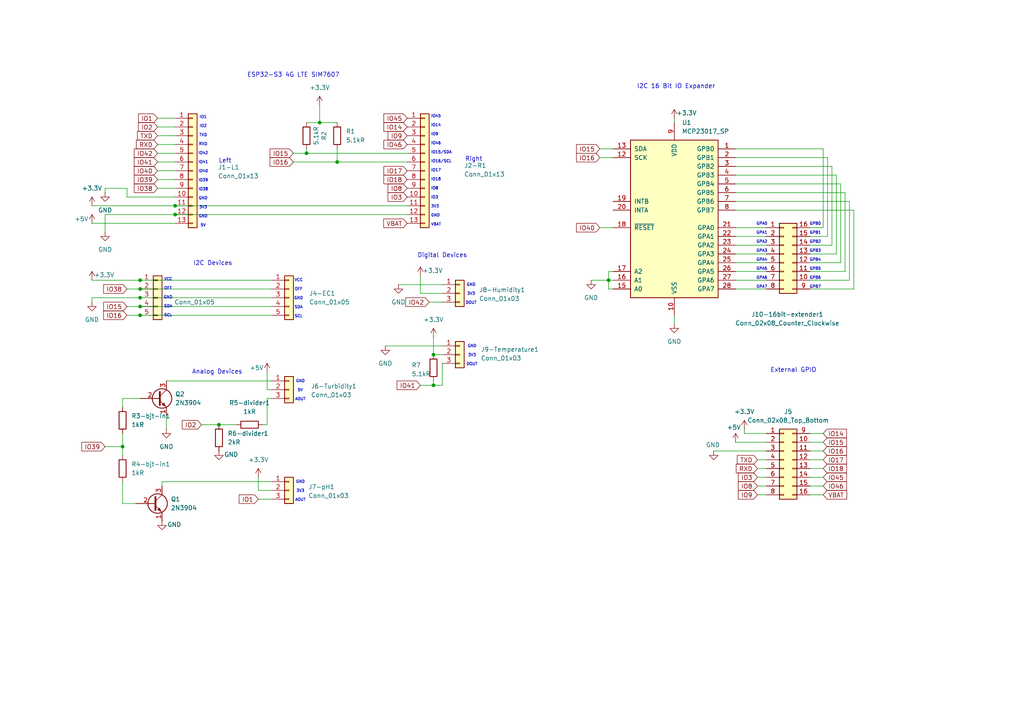
<source format=kicad_sch>
(kicad_sch
	(version 20231120)
	(generator "eeschema")
	(generator_version "8.0")
	(uuid "99fa9450-c311-4c5d-be12-f3ef10354392")
	(paper "A4")
	(lib_symbols
		(symbol "Connector_Generic:Conn_01x03"
			(pin_names
				(offset 1.016) hide)
			(exclude_from_sim no)
			(in_bom yes)
			(on_board yes)
			(property "Reference" "J"
				(at 0 5.08 0)
				(effects
					(font
						(size 1.27 1.27)
					)
				)
			)
			(property "Value" "Conn_01x03"
				(at 0 -5.08 0)
				(effects
					(font
						(size 1.27 1.27)
					)
				)
			)
			(property "Footprint" ""
				(at 0 0 0)
				(effects
					(font
						(size 1.27 1.27)
					)
					(hide yes)
				)
			)
			(property "Datasheet" "~"
				(at 0 0 0)
				(effects
					(font
						(size 1.27 1.27)
					)
					(hide yes)
				)
			)
			(property "Description" "Generic connector, single row, 01x03, script generated (kicad-library-utils/schlib/autogen/connector/)"
				(at 0 0 0)
				(effects
					(font
						(size 1.27 1.27)
					)
					(hide yes)
				)
			)
			(property "ki_keywords" "connector"
				(at 0 0 0)
				(effects
					(font
						(size 1.27 1.27)
					)
					(hide yes)
				)
			)
			(property "ki_fp_filters" "Connector*:*_1x??_*"
				(at 0 0 0)
				(effects
					(font
						(size 1.27 1.27)
					)
					(hide yes)
				)
			)
			(symbol "Conn_01x03_1_1"
				(rectangle
					(start -1.27 -2.413)
					(end 0 -2.667)
					(stroke
						(width 0.1524)
						(type default)
					)
					(fill
						(type none)
					)
				)
				(rectangle
					(start -1.27 0.127)
					(end 0 -0.127)
					(stroke
						(width 0.1524)
						(type default)
					)
					(fill
						(type none)
					)
				)
				(rectangle
					(start -1.27 2.667)
					(end 0 2.413)
					(stroke
						(width 0.1524)
						(type default)
					)
					(fill
						(type none)
					)
				)
				(rectangle
					(start -1.27 3.81)
					(end 1.27 -3.81)
					(stroke
						(width 0.254)
						(type default)
					)
					(fill
						(type background)
					)
				)
				(pin passive line
					(at -5.08 2.54 0)
					(length 3.81)
					(name "Pin_1"
						(effects
							(font
								(size 1.27 1.27)
							)
						)
					)
					(number "1"
						(effects
							(font
								(size 1.27 1.27)
							)
						)
					)
				)
				(pin passive line
					(at -5.08 0 0)
					(length 3.81)
					(name "Pin_2"
						(effects
							(font
								(size 1.27 1.27)
							)
						)
					)
					(number "2"
						(effects
							(font
								(size 1.27 1.27)
							)
						)
					)
				)
				(pin passive line
					(at -5.08 -2.54 0)
					(length 3.81)
					(name "Pin_3"
						(effects
							(font
								(size 1.27 1.27)
							)
						)
					)
					(number "3"
						(effects
							(font
								(size 1.27 1.27)
							)
						)
					)
				)
			)
		)
		(symbol "Connector_Generic:Conn_01x05"
			(pin_names
				(offset 1.016) hide)
			(exclude_from_sim no)
			(in_bom yes)
			(on_board yes)
			(property "Reference" "J"
				(at 0 7.62 0)
				(effects
					(font
						(size 1.27 1.27)
					)
				)
			)
			(property "Value" "Conn_01x05"
				(at 0 -7.62 0)
				(effects
					(font
						(size 1.27 1.27)
					)
				)
			)
			(property "Footprint" ""
				(at 0 0 0)
				(effects
					(font
						(size 1.27 1.27)
					)
					(hide yes)
				)
			)
			(property "Datasheet" "~"
				(at 0 0 0)
				(effects
					(font
						(size 1.27 1.27)
					)
					(hide yes)
				)
			)
			(property "Description" "Generic connector, single row, 01x05, script generated (kicad-library-utils/schlib/autogen/connector/)"
				(at 0 0 0)
				(effects
					(font
						(size 1.27 1.27)
					)
					(hide yes)
				)
			)
			(property "ki_keywords" "connector"
				(at 0 0 0)
				(effects
					(font
						(size 1.27 1.27)
					)
					(hide yes)
				)
			)
			(property "ki_fp_filters" "Connector*:*_1x??_*"
				(at 0 0 0)
				(effects
					(font
						(size 1.27 1.27)
					)
					(hide yes)
				)
			)
			(symbol "Conn_01x05_1_1"
				(rectangle
					(start -1.27 -4.953)
					(end 0 -5.207)
					(stroke
						(width 0.1524)
						(type default)
					)
					(fill
						(type none)
					)
				)
				(rectangle
					(start -1.27 -2.413)
					(end 0 -2.667)
					(stroke
						(width 0.1524)
						(type default)
					)
					(fill
						(type none)
					)
				)
				(rectangle
					(start -1.27 0.127)
					(end 0 -0.127)
					(stroke
						(width 0.1524)
						(type default)
					)
					(fill
						(type none)
					)
				)
				(rectangle
					(start -1.27 2.667)
					(end 0 2.413)
					(stroke
						(width 0.1524)
						(type default)
					)
					(fill
						(type none)
					)
				)
				(rectangle
					(start -1.27 5.207)
					(end 0 4.953)
					(stroke
						(width 0.1524)
						(type default)
					)
					(fill
						(type none)
					)
				)
				(rectangle
					(start -1.27 6.35)
					(end 1.27 -6.35)
					(stroke
						(width 0.254)
						(type default)
					)
					(fill
						(type background)
					)
				)
				(pin passive line
					(at -5.08 5.08 0)
					(length 3.81)
					(name "Pin_1"
						(effects
							(font
								(size 1.27 1.27)
							)
						)
					)
					(number "1"
						(effects
							(font
								(size 1.27 1.27)
							)
						)
					)
				)
				(pin passive line
					(at -5.08 2.54 0)
					(length 3.81)
					(name "Pin_2"
						(effects
							(font
								(size 1.27 1.27)
							)
						)
					)
					(number "2"
						(effects
							(font
								(size 1.27 1.27)
							)
						)
					)
				)
				(pin passive line
					(at -5.08 0 0)
					(length 3.81)
					(name "Pin_3"
						(effects
							(font
								(size 1.27 1.27)
							)
						)
					)
					(number "3"
						(effects
							(font
								(size 1.27 1.27)
							)
						)
					)
				)
				(pin passive line
					(at -5.08 -2.54 0)
					(length 3.81)
					(name "Pin_4"
						(effects
							(font
								(size 1.27 1.27)
							)
						)
					)
					(number "4"
						(effects
							(font
								(size 1.27 1.27)
							)
						)
					)
				)
				(pin passive line
					(at -5.08 -5.08 0)
					(length 3.81)
					(name "Pin_5"
						(effects
							(font
								(size 1.27 1.27)
							)
						)
					)
					(number "5"
						(effects
							(font
								(size 1.27 1.27)
							)
						)
					)
				)
			)
		)
		(symbol "Connector_Generic:Conn_01x13"
			(pin_names
				(offset 1.016) hide)
			(exclude_from_sim no)
			(in_bom yes)
			(on_board yes)
			(property "Reference" "J"
				(at 0 17.78 0)
				(effects
					(font
						(size 1.27 1.27)
					)
				)
			)
			(property "Value" "Conn_01x13"
				(at 0 -17.78 0)
				(effects
					(font
						(size 1.27 1.27)
					)
				)
			)
			(property "Footprint" ""
				(at 0 0 0)
				(effects
					(font
						(size 1.27 1.27)
					)
					(hide yes)
				)
			)
			(property "Datasheet" "~"
				(at 0 0 0)
				(effects
					(font
						(size 1.27 1.27)
					)
					(hide yes)
				)
			)
			(property "Description" "Generic connector, single row, 01x13, script generated (kicad-library-utils/schlib/autogen/connector/)"
				(at 0 0 0)
				(effects
					(font
						(size 1.27 1.27)
					)
					(hide yes)
				)
			)
			(property "ki_keywords" "connector"
				(at 0 0 0)
				(effects
					(font
						(size 1.27 1.27)
					)
					(hide yes)
				)
			)
			(property "ki_fp_filters" "Connector*:*_1x??_*"
				(at 0 0 0)
				(effects
					(font
						(size 1.27 1.27)
					)
					(hide yes)
				)
			)
			(symbol "Conn_01x13_1_1"
				(rectangle
					(start -1.27 -15.113)
					(end 0 -15.367)
					(stroke
						(width 0.1524)
						(type default)
					)
					(fill
						(type none)
					)
				)
				(rectangle
					(start -1.27 -12.573)
					(end 0 -12.827)
					(stroke
						(width 0.1524)
						(type default)
					)
					(fill
						(type none)
					)
				)
				(rectangle
					(start -1.27 -10.033)
					(end 0 -10.287)
					(stroke
						(width 0.1524)
						(type default)
					)
					(fill
						(type none)
					)
				)
				(rectangle
					(start -1.27 -7.493)
					(end 0 -7.747)
					(stroke
						(width 0.1524)
						(type default)
					)
					(fill
						(type none)
					)
				)
				(rectangle
					(start -1.27 -4.953)
					(end 0 -5.207)
					(stroke
						(width 0.1524)
						(type default)
					)
					(fill
						(type none)
					)
				)
				(rectangle
					(start -1.27 -2.413)
					(end 0 -2.667)
					(stroke
						(width 0.1524)
						(type default)
					)
					(fill
						(type none)
					)
				)
				(rectangle
					(start -1.27 0.127)
					(end 0 -0.127)
					(stroke
						(width 0.1524)
						(type default)
					)
					(fill
						(type none)
					)
				)
				(rectangle
					(start -1.27 2.667)
					(end 0 2.413)
					(stroke
						(width 0.1524)
						(type default)
					)
					(fill
						(type none)
					)
				)
				(rectangle
					(start -1.27 5.207)
					(end 0 4.953)
					(stroke
						(width 0.1524)
						(type default)
					)
					(fill
						(type none)
					)
				)
				(rectangle
					(start -1.27 7.747)
					(end 0 7.493)
					(stroke
						(width 0.1524)
						(type default)
					)
					(fill
						(type none)
					)
				)
				(rectangle
					(start -1.27 10.287)
					(end 0 10.033)
					(stroke
						(width 0.1524)
						(type default)
					)
					(fill
						(type none)
					)
				)
				(rectangle
					(start -1.27 12.827)
					(end 0 12.573)
					(stroke
						(width 0.1524)
						(type default)
					)
					(fill
						(type none)
					)
				)
				(rectangle
					(start -1.27 15.367)
					(end 0 15.113)
					(stroke
						(width 0.1524)
						(type default)
					)
					(fill
						(type none)
					)
				)
				(rectangle
					(start -1.27 16.51)
					(end 1.27 -16.51)
					(stroke
						(width 0.254)
						(type default)
					)
					(fill
						(type background)
					)
				)
				(pin passive line
					(at -5.08 15.24 0)
					(length 3.81)
					(name "Pin_1"
						(effects
							(font
								(size 1.27 1.27)
							)
						)
					)
					(number "1"
						(effects
							(font
								(size 1.27 1.27)
							)
						)
					)
				)
				(pin passive line
					(at -5.08 -7.62 0)
					(length 3.81)
					(name "Pin_10"
						(effects
							(font
								(size 1.27 1.27)
							)
						)
					)
					(number "10"
						(effects
							(font
								(size 1.27 1.27)
							)
						)
					)
				)
				(pin passive line
					(at -5.08 -10.16 0)
					(length 3.81)
					(name "Pin_11"
						(effects
							(font
								(size 1.27 1.27)
							)
						)
					)
					(number "11"
						(effects
							(font
								(size 1.27 1.27)
							)
						)
					)
				)
				(pin passive line
					(at -5.08 -12.7 0)
					(length 3.81)
					(name "Pin_12"
						(effects
							(font
								(size 1.27 1.27)
							)
						)
					)
					(number "12"
						(effects
							(font
								(size 1.27 1.27)
							)
						)
					)
				)
				(pin passive line
					(at -5.08 -15.24 0)
					(length 3.81)
					(name "Pin_13"
						(effects
							(font
								(size 1.27 1.27)
							)
						)
					)
					(number "13"
						(effects
							(font
								(size 1.27 1.27)
							)
						)
					)
				)
				(pin passive line
					(at -5.08 12.7 0)
					(length 3.81)
					(name "Pin_2"
						(effects
							(font
								(size 1.27 1.27)
							)
						)
					)
					(number "2"
						(effects
							(font
								(size 1.27 1.27)
							)
						)
					)
				)
				(pin passive line
					(at -5.08 10.16 0)
					(length 3.81)
					(name "Pin_3"
						(effects
							(font
								(size 1.27 1.27)
							)
						)
					)
					(number "3"
						(effects
							(font
								(size 1.27 1.27)
							)
						)
					)
				)
				(pin passive line
					(at -5.08 7.62 0)
					(length 3.81)
					(name "Pin_4"
						(effects
							(font
								(size 1.27 1.27)
							)
						)
					)
					(number "4"
						(effects
							(font
								(size 1.27 1.27)
							)
						)
					)
				)
				(pin passive line
					(at -5.08 5.08 0)
					(length 3.81)
					(name "Pin_5"
						(effects
							(font
								(size 1.27 1.27)
							)
						)
					)
					(number "5"
						(effects
							(font
								(size 1.27 1.27)
							)
						)
					)
				)
				(pin passive line
					(at -5.08 2.54 0)
					(length 3.81)
					(name "Pin_6"
						(effects
							(font
								(size 1.27 1.27)
							)
						)
					)
					(number "6"
						(effects
							(font
								(size 1.27 1.27)
							)
						)
					)
				)
				(pin passive line
					(at -5.08 0 0)
					(length 3.81)
					(name "Pin_7"
						(effects
							(font
								(size 1.27 1.27)
							)
						)
					)
					(number "7"
						(effects
							(font
								(size 1.27 1.27)
							)
						)
					)
				)
				(pin passive line
					(at -5.08 -2.54 0)
					(length 3.81)
					(name "Pin_8"
						(effects
							(font
								(size 1.27 1.27)
							)
						)
					)
					(number "8"
						(effects
							(font
								(size 1.27 1.27)
							)
						)
					)
				)
				(pin passive line
					(at -5.08 -5.08 0)
					(length 3.81)
					(name "Pin_9"
						(effects
							(font
								(size 1.27 1.27)
							)
						)
					)
					(number "9"
						(effects
							(font
								(size 1.27 1.27)
							)
						)
					)
				)
			)
		)
		(symbol "Connector_Generic:Conn_02x08_Counter_Clockwise"
			(pin_names
				(offset 1.016) hide)
			(exclude_from_sim no)
			(in_bom yes)
			(on_board yes)
			(property "Reference" "J"
				(at 1.27 10.16 0)
				(effects
					(font
						(size 1.27 1.27)
					)
				)
			)
			(property "Value" "Conn_02x08_Counter_Clockwise"
				(at 1.27 -12.7 0)
				(effects
					(font
						(size 1.27 1.27)
					)
				)
			)
			(property "Footprint" ""
				(at 0 0 0)
				(effects
					(font
						(size 1.27 1.27)
					)
					(hide yes)
				)
			)
			(property "Datasheet" "~"
				(at 0 0 0)
				(effects
					(font
						(size 1.27 1.27)
					)
					(hide yes)
				)
			)
			(property "Description" "Generic connector, double row, 02x08, counter clockwise pin numbering scheme (similar to DIP package numbering), script generated (kicad-library-utils/schlib/autogen/connector/)"
				(at 0 0 0)
				(effects
					(font
						(size 1.27 1.27)
					)
					(hide yes)
				)
			)
			(property "ki_keywords" "connector"
				(at 0 0 0)
				(effects
					(font
						(size 1.27 1.27)
					)
					(hide yes)
				)
			)
			(property "ki_fp_filters" "Connector*:*_2x??_*"
				(at 0 0 0)
				(effects
					(font
						(size 1.27 1.27)
					)
					(hide yes)
				)
			)
			(symbol "Conn_02x08_Counter_Clockwise_1_1"
				(rectangle
					(start -1.27 -10.033)
					(end 0 -10.287)
					(stroke
						(width 0.1524)
						(type default)
					)
					(fill
						(type none)
					)
				)
				(rectangle
					(start -1.27 -7.493)
					(end 0 -7.747)
					(stroke
						(width 0.1524)
						(type default)
					)
					(fill
						(type none)
					)
				)
				(rectangle
					(start -1.27 -4.953)
					(end 0 -5.207)
					(stroke
						(width 0.1524)
						(type default)
					)
					(fill
						(type none)
					)
				)
				(rectangle
					(start -1.27 -2.413)
					(end 0 -2.667)
					(stroke
						(width 0.1524)
						(type default)
					)
					(fill
						(type none)
					)
				)
				(rectangle
					(start -1.27 0.127)
					(end 0 -0.127)
					(stroke
						(width 0.1524)
						(type default)
					)
					(fill
						(type none)
					)
				)
				(rectangle
					(start -1.27 2.667)
					(end 0 2.413)
					(stroke
						(width 0.1524)
						(type default)
					)
					(fill
						(type none)
					)
				)
				(rectangle
					(start -1.27 5.207)
					(end 0 4.953)
					(stroke
						(width 0.1524)
						(type default)
					)
					(fill
						(type none)
					)
				)
				(rectangle
					(start -1.27 7.747)
					(end 0 7.493)
					(stroke
						(width 0.1524)
						(type default)
					)
					(fill
						(type none)
					)
				)
				(rectangle
					(start -1.27 8.89)
					(end 3.81 -11.43)
					(stroke
						(width 0.254)
						(type default)
					)
					(fill
						(type background)
					)
				)
				(rectangle
					(start 3.81 -10.033)
					(end 2.54 -10.287)
					(stroke
						(width 0.1524)
						(type default)
					)
					(fill
						(type none)
					)
				)
				(rectangle
					(start 3.81 -7.493)
					(end 2.54 -7.747)
					(stroke
						(width 0.1524)
						(type default)
					)
					(fill
						(type none)
					)
				)
				(rectangle
					(start 3.81 -4.953)
					(end 2.54 -5.207)
					(stroke
						(width 0.1524)
						(type default)
					)
					(fill
						(type none)
					)
				)
				(rectangle
					(start 3.81 -2.413)
					(end 2.54 -2.667)
					(stroke
						(width 0.1524)
						(type default)
					)
					(fill
						(type none)
					)
				)
				(rectangle
					(start 3.81 0.127)
					(end 2.54 -0.127)
					(stroke
						(width 0.1524)
						(type default)
					)
					(fill
						(type none)
					)
				)
				(rectangle
					(start 3.81 2.667)
					(end 2.54 2.413)
					(stroke
						(width 0.1524)
						(type default)
					)
					(fill
						(type none)
					)
				)
				(rectangle
					(start 3.81 5.207)
					(end 2.54 4.953)
					(stroke
						(width 0.1524)
						(type default)
					)
					(fill
						(type none)
					)
				)
				(rectangle
					(start 3.81 7.747)
					(end 2.54 7.493)
					(stroke
						(width 0.1524)
						(type default)
					)
					(fill
						(type none)
					)
				)
				(pin passive line
					(at -5.08 7.62 0)
					(length 3.81)
					(name "Pin_1"
						(effects
							(font
								(size 1.27 1.27)
							)
						)
					)
					(number "1"
						(effects
							(font
								(size 1.27 1.27)
							)
						)
					)
				)
				(pin passive line
					(at 7.62 -7.62 180)
					(length 3.81)
					(name "Pin_10"
						(effects
							(font
								(size 1.27 1.27)
							)
						)
					)
					(number "10"
						(effects
							(font
								(size 1.27 1.27)
							)
						)
					)
				)
				(pin passive line
					(at 7.62 -5.08 180)
					(length 3.81)
					(name "Pin_11"
						(effects
							(font
								(size 1.27 1.27)
							)
						)
					)
					(number "11"
						(effects
							(font
								(size 1.27 1.27)
							)
						)
					)
				)
				(pin passive line
					(at 7.62 -2.54 180)
					(length 3.81)
					(name "Pin_12"
						(effects
							(font
								(size 1.27 1.27)
							)
						)
					)
					(number "12"
						(effects
							(font
								(size 1.27 1.27)
							)
						)
					)
				)
				(pin passive line
					(at 7.62 0 180)
					(length 3.81)
					(name "Pin_13"
						(effects
							(font
								(size 1.27 1.27)
							)
						)
					)
					(number "13"
						(effects
							(font
								(size 1.27 1.27)
							)
						)
					)
				)
				(pin passive line
					(at 7.62 2.54 180)
					(length 3.81)
					(name "Pin_14"
						(effects
							(font
								(size 1.27 1.27)
							)
						)
					)
					(number "14"
						(effects
							(font
								(size 1.27 1.27)
							)
						)
					)
				)
				(pin passive line
					(at 7.62 5.08 180)
					(length 3.81)
					(name "Pin_15"
						(effects
							(font
								(size 1.27 1.27)
							)
						)
					)
					(number "15"
						(effects
							(font
								(size 1.27 1.27)
							)
						)
					)
				)
				(pin passive line
					(at 7.62 7.62 180)
					(length 3.81)
					(name "Pin_16"
						(effects
							(font
								(size 1.27 1.27)
							)
						)
					)
					(number "16"
						(effects
							(font
								(size 1.27 1.27)
							)
						)
					)
				)
				(pin passive line
					(at -5.08 5.08 0)
					(length 3.81)
					(name "Pin_2"
						(effects
							(font
								(size 1.27 1.27)
							)
						)
					)
					(number "2"
						(effects
							(font
								(size 1.27 1.27)
							)
						)
					)
				)
				(pin passive line
					(at -5.08 2.54 0)
					(length 3.81)
					(name "Pin_3"
						(effects
							(font
								(size 1.27 1.27)
							)
						)
					)
					(number "3"
						(effects
							(font
								(size 1.27 1.27)
							)
						)
					)
				)
				(pin passive line
					(at -5.08 0 0)
					(length 3.81)
					(name "Pin_4"
						(effects
							(font
								(size 1.27 1.27)
							)
						)
					)
					(number "4"
						(effects
							(font
								(size 1.27 1.27)
							)
						)
					)
				)
				(pin passive line
					(at -5.08 -2.54 0)
					(length 3.81)
					(name "Pin_5"
						(effects
							(font
								(size 1.27 1.27)
							)
						)
					)
					(number "5"
						(effects
							(font
								(size 1.27 1.27)
							)
						)
					)
				)
				(pin passive line
					(at -5.08 -5.08 0)
					(length 3.81)
					(name "Pin_6"
						(effects
							(font
								(size 1.27 1.27)
							)
						)
					)
					(number "6"
						(effects
							(font
								(size 1.27 1.27)
							)
						)
					)
				)
				(pin passive line
					(at -5.08 -7.62 0)
					(length 3.81)
					(name "Pin_7"
						(effects
							(font
								(size 1.27 1.27)
							)
						)
					)
					(number "7"
						(effects
							(font
								(size 1.27 1.27)
							)
						)
					)
				)
				(pin passive line
					(at -5.08 -10.16 0)
					(length 3.81)
					(name "Pin_8"
						(effects
							(font
								(size 1.27 1.27)
							)
						)
					)
					(number "8"
						(effects
							(font
								(size 1.27 1.27)
							)
						)
					)
				)
				(pin passive line
					(at 7.62 -10.16 180)
					(length 3.81)
					(name "Pin_9"
						(effects
							(font
								(size 1.27 1.27)
							)
						)
					)
					(number "9"
						(effects
							(font
								(size 1.27 1.27)
							)
						)
					)
				)
			)
		)
		(symbol "Connector_Generic:Conn_02x08_Top_Bottom"
			(pin_names
				(offset 1.016) hide)
			(exclude_from_sim no)
			(in_bom yes)
			(on_board yes)
			(property "Reference" "J"
				(at 1.27 10.16 0)
				(effects
					(font
						(size 1.27 1.27)
					)
				)
			)
			(property "Value" "Conn_02x08_Top_Bottom"
				(at 1.27 -12.7 0)
				(effects
					(font
						(size 1.27 1.27)
					)
				)
			)
			(property "Footprint" ""
				(at 0 0 0)
				(effects
					(font
						(size 1.27 1.27)
					)
					(hide yes)
				)
			)
			(property "Datasheet" "~"
				(at 0 0 0)
				(effects
					(font
						(size 1.27 1.27)
					)
					(hide yes)
				)
			)
			(property "Description" "Generic connector, double row, 02x08, top/bottom pin numbering scheme (row 1: 1...pins_per_row, row2: pins_per_row+1 ... num_pins), script generated (kicad-library-utils/schlib/autogen/connector/)"
				(at 0 0 0)
				(effects
					(font
						(size 1.27 1.27)
					)
					(hide yes)
				)
			)
			(property "ki_keywords" "connector"
				(at 0 0 0)
				(effects
					(font
						(size 1.27 1.27)
					)
					(hide yes)
				)
			)
			(property "ki_fp_filters" "Connector*:*_2x??_*"
				(at 0 0 0)
				(effects
					(font
						(size 1.27 1.27)
					)
					(hide yes)
				)
			)
			(symbol "Conn_02x08_Top_Bottom_1_1"
				(rectangle
					(start -1.27 -10.033)
					(end 0 -10.287)
					(stroke
						(width 0.1524)
						(type default)
					)
					(fill
						(type none)
					)
				)
				(rectangle
					(start -1.27 -7.493)
					(end 0 -7.747)
					(stroke
						(width 0.1524)
						(type default)
					)
					(fill
						(type none)
					)
				)
				(rectangle
					(start -1.27 -4.953)
					(end 0 -5.207)
					(stroke
						(width 0.1524)
						(type default)
					)
					(fill
						(type none)
					)
				)
				(rectangle
					(start -1.27 -2.413)
					(end 0 -2.667)
					(stroke
						(width 0.1524)
						(type default)
					)
					(fill
						(type none)
					)
				)
				(rectangle
					(start -1.27 0.127)
					(end 0 -0.127)
					(stroke
						(width 0.1524)
						(type default)
					)
					(fill
						(type none)
					)
				)
				(rectangle
					(start -1.27 2.667)
					(end 0 2.413)
					(stroke
						(width 0.1524)
						(type default)
					)
					(fill
						(type none)
					)
				)
				(rectangle
					(start -1.27 5.207)
					(end 0 4.953)
					(stroke
						(width 0.1524)
						(type default)
					)
					(fill
						(type none)
					)
				)
				(rectangle
					(start -1.27 7.747)
					(end 0 7.493)
					(stroke
						(width 0.1524)
						(type default)
					)
					(fill
						(type none)
					)
				)
				(rectangle
					(start -1.27 8.89)
					(end 3.81 -11.43)
					(stroke
						(width 0.254)
						(type default)
					)
					(fill
						(type background)
					)
				)
				(rectangle
					(start 3.81 -10.033)
					(end 2.54 -10.287)
					(stroke
						(width 0.1524)
						(type default)
					)
					(fill
						(type none)
					)
				)
				(rectangle
					(start 3.81 -7.493)
					(end 2.54 -7.747)
					(stroke
						(width 0.1524)
						(type default)
					)
					(fill
						(type none)
					)
				)
				(rectangle
					(start 3.81 -4.953)
					(end 2.54 -5.207)
					(stroke
						(width 0.1524)
						(type default)
					)
					(fill
						(type none)
					)
				)
				(rectangle
					(start 3.81 -2.413)
					(end 2.54 -2.667)
					(stroke
						(width 0.1524)
						(type default)
					)
					(fill
						(type none)
					)
				)
				(rectangle
					(start 3.81 0.127)
					(end 2.54 -0.127)
					(stroke
						(width 0.1524)
						(type default)
					)
					(fill
						(type none)
					)
				)
				(rectangle
					(start 3.81 2.667)
					(end 2.54 2.413)
					(stroke
						(width 0.1524)
						(type default)
					)
					(fill
						(type none)
					)
				)
				(rectangle
					(start 3.81 5.207)
					(end 2.54 4.953)
					(stroke
						(width 0.1524)
						(type default)
					)
					(fill
						(type none)
					)
				)
				(rectangle
					(start 3.81 7.747)
					(end 2.54 7.493)
					(stroke
						(width 0.1524)
						(type default)
					)
					(fill
						(type none)
					)
				)
				(pin passive line
					(at -5.08 7.62 0)
					(length 3.81)
					(name "Pin_1"
						(effects
							(font
								(size 1.27 1.27)
							)
						)
					)
					(number "1"
						(effects
							(font
								(size 1.27 1.27)
							)
						)
					)
				)
				(pin passive line
					(at 7.62 5.08 180)
					(length 3.81)
					(name "Pin_10"
						(effects
							(font
								(size 1.27 1.27)
							)
						)
					)
					(number "10"
						(effects
							(font
								(size 1.27 1.27)
							)
						)
					)
				)
				(pin passive line
					(at 7.62 2.54 180)
					(length 3.81)
					(name "Pin_11"
						(effects
							(font
								(size 1.27 1.27)
							)
						)
					)
					(number "11"
						(effects
							(font
								(size 1.27 1.27)
							)
						)
					)
				)
				(pin passive line
					(at 7.62 0 180)
					(length 3.81)
					(name "Pin_12"
						(effects
							(font
								(size 1.27 1.27)
							)
						)
					)
					(number "12"
						(effects
							(font
								(size 1.27 1.27)
							)
						)
					)
				)
				(pin passive line
					(at 7.62 -2.54 180)
					(length 3.81)
					(name "Pin_13"
						(effects
							(font
								(size 1.27 1.27)
							)
						)
					)
					(number "13"
						(effects
							(font
								(size 1.27 1.27)
							)
						)
					)
				)
				(pin passive line
					(at 7.62 -5.08 180)
					(length 3.81)
					(name "Pin_14"
						(effects
							(font
								(size 1.27 1.27)
							)
						)
					)
					(number "14"
						(effects
							(font
								(size 1.27 1.27)
							)
						)
					)
				)
				(pin passive line
					(at 7.62 -7.62 180)
					(length 3.81)
					(name "Pin_15"
						(effects
							(font
								(size 1.27 1.27)
							)
						)
					)
					(number "15"
						(effects
							(font
								(size 1.27 1.27)
							)
						)
					)
				)
				(pin passive line
					(at 7.62 -10.16 180)
					(length 3.81)
					(name "Pin_16"
						(effects
							(font
								(size 1.27 1.27)
							)
						)
					)
					(number "16"
						(effects
							(font
								(size 1.27 1.27)
							)
						)
					)
				)
				(pin passive line
					(at -5.08 5.08 0)
					(length 3.81)
					(name "Pin_2"
						(effects
							(font
								(size 1.27 1.27)
							)
						)
					)
					(number "2"
						(effects
							(font
								(size 1.27 1.27)
							)
						)
					)
				)
				(pin passive line
					(at -5.08 2.54 0)
					(length 3.81)
					(name "Pin_3"
						(effects
							(font
								(size 1.27 1.27)
							)
						)
					)
					(number "3"
						(effects
							(font
								(size 1.27 1.27)
							)
						)
					)
				)
				(pin passive line
					(at -5.08 0 0)
					(length 3.81)
					(name "Pin_4"
						(effects
							(font
								(size 1.27 1.27)
							)
						)
					)
					(number "4"
						(effects
							(font
								(size 1.27 1.27)
							)
						)
					)
				)
				(pin passive line
					(at -5.08 -2.54 0)
					(length 3.81)
					(name "Pin_5"
						(effects
							(font
								(size 1.27 1.27)
							)
						)
					)
					(number "5"
						(effects
							(font
								(size 1.27 1.27)
							)
						)
					)
				)
				(pin passive line
					(at -5.08 -5.08 0)
					(length 3.81)
					(name "Pin_6"
						(effects
							(font
								(size 1.27 1.27)
							)
						)
					)
					(number "6"
						(effects
							(font
								(size 1.27 1.27)
							)
						)
					)
				)
				(pin passive line
					(at -5.08 -7.62 0)
					(length 3.81)
					(name "Pin_7"
						(effects
							(font
								(size 1.27 1.27)
							)
						)
					)
					(number "7"
						(effects
							(font
								(size 1.27 1.27)
							)
						)
					)
				)
				(pin passive line
					(at -5.08 -10.16 0)
					(length 3.81)
					(name "Pin_8"
						(effects
							(font
								(size 1.27 1.27)
							)
						)
					)
					(number "8"
						(effects
							(font
								(size 1.27 1.27)
							)
						)
					)
				)
				(pin passive line
					(at 7.62 7.62 180)
					(length 3.81)
					(name "Pin_9"
						(effects
							(font
								(size 1.27 1.27)
							)
						)
					)
					(number "9"
						(effects
							(font
								(size 1.27 1.27)
							)
						)
					)
				)
			)
		)
		(symbol "Device:R"
			(pin_numbers hide)
			(pin_names
				(offset 0)
			)
			(exclude_from_sim no)
			(in_bom yes)
			(on_board yes)
			(property "Reference" "R"
				(at 2.032 0 90)
				(effects
					(font
						(size 1.27 1.27)
					)
				)
			)
			(property "Value" "R"
				(at 0 0 90)
				(effects
					(font
						(size 1.27 1.27)
					)
				)
			)
			(property "Footprint" ""
				(at -1.778 0 90)
				(effects
					(font
						(size 1.27 1.27)
					)
					(hide yes)
				)
			)
			(property "Datasheet" "~"
				(at 0 0 0)
				(effects
					(font
						(size 1.27 1.27)
					)
					(hide yes)
				)
			)
			(property "Description" "Resistor"
				(at 0 0 0)
				(effects
					(font
						(size 1.27 1.27)
					)
					(hide yes)
				)
			)
			(property "ki_keywords" "R res resistor"
				(at 0 0 0)
				(effects
					(font
						(size 1.27 1.27)
					)
					(hide yes)
				)
			)
			(property "ki_fp_filters" "R_*"
				(at 0 0 0)
				(effects
					(font
						(size 1.27 1.27)
					)
					(hide yes)
				)
			)
			(symbol "R_0_1"
				(rectangle
					(start -1.016 -2.54)
					(end 1.016 2.54)
					(stroke
						(width 0.254)
						(type default)
					)
					(fill
						(type none)
					)
				)
			)
			(symbol "R_1_1"
				(pin passive line
					(at 0 3.81 270)
					(length 1.27)
					(name "~"
						(effects
							(font
								(size 1.27 1.27)
							)
						)
					)
					(number "1"
						(effects
							(font
								(size 1.27 1.27)
							)
						)
					)
				)
				(pin passive line
					(at 0 -3.81 90)
					(length 1.27)
					(name "~"
						(effects
							(font
								(size 1.27 1.27)
							)
						)
					)
					(number "2"
						(effects
							(font
								(size 1.27 1.27)
							)
						)
					)
				)
			)
		)
		(symbol "Interface_Expansion:MCP23017_SP"
			(pin_names
				(offset 1.016)
			)
			(exclude_from_sim no)
			(in_bom yes)
			(on_board yes)
			(property "Reference" "U"
				(at -11.43 24.13 0)
				(effects
					(font
						(size 1.27 1.27)
					)
				)
			)
			(property "Value" "MCP23017_SP"
				(at 0 0 0)
				(effects
					(font
						(size 1.27 1.27)
					)
				)
			)
			(property "Footprint" "Package_DIP:DIP-28_W7.62mm"
				(at 5.08 -25.4 0)
				(effects
					(font
						(size 1.27 1.27)
					)
					(justify left)
					(hide yes)
				)
			)
			(property "Datasheet" "http://ww1.microchip.com/downloads/en/DeviceDoc/20001952C.pdf"
				(at 5.08 -27.94 0)
				(effects
					(font
						(size 1.27 1.27)
					)
					(justify left)
					(hide yes)
				)
			)
			(property "Description" "16-bit I/O expander, I2C, interrupts, w pull-ups, SPDIP-28"
				(at 0 0 0)
				(effects
					(font
						(size 1.27 1.27)
					)
					(hide yes)
				)
			)
			(property "ki_keywords" "I2C parallel port expander"
				(at 0 0 0)
				(effects
					(font
						(size 1.27 1.27)
					)
					(hide yes)
				)
			)
			(property "ki_fp_filters" "DIP*W7.62mm*"
				(at 0 0 0)
				(effects
					(font
						(size 1.27 1.27)
					)
					(hide yes)
				)
			)
			(symbol "MCP23017_SP_0_1"
				(rectangle
					(start -12.7 22.86)
					(end 12.7 -22.86)
					(stroke
						(width 0.254)
						(type default)
					)
					(fill
						(type background)
					)
				)
			)
			(symbol "MCP23017_SP_1_1"
				(pin bidirectional line
					(at 17.78 20.32 180)
					(length 5.08)
					(name "GPB0"
						(effects
							(font
								(size 1.27 1.27)
							)
						)
					)
					(number "1"
						(effects
							(font
								(size 1.27 1.27)
							)
						)
					)
				)
				(pin power_in line
					(at 0 -27.94 90)
					(length 5.08)
					(name "VSS"
						(effects
							(font
								(size 1.27 1.27)
							)
						)
					)
					(number "10"
						(effects
							(font
								(size 1.27 1.27)
							)
						)
					)
				)
				(pin no_connect line
					(at -12.7 15.24 0)
					(length 5.08) hide
					(name "NC"
						(effects
							(font
								(size 1.27 1.27)
							)
						)
					)
					(number "11"
						(effects
							(font
								(size 1.27 1.27)
							)
						)
					)
				)
				(pin input line
					(at -17.78 17.78 0)
					(length 5.08)
					(name "SCK"
						(effects
							(font
								(size 1.27 1.27)
							)
						)
					)
					(number "12"
						(effects
							(font
								(size 1.27 1.27)
							)
						)
					)
				)
				(pin bidirectional line
					(at -17.78 20.32 0)
					(length 5.08)
					(name "SDA"
						(effects
							(font
								(size 1.27 1.27)
							)
						)
					)
					(number "13"
						(effects
							(font
								(size 1.27 1.27)
							)
						)
					)
				)
				(pin no_connect line
					(at -12.7 12.7 0)
					(length 5.08) hide
					(name "NC"
						(effects
							(font
								(size 1.27 1.27)
							)
						)
					)
					(number "14"
						(effects
							(font
								(size 1.27 1.27)
							)
						)
					)
				)
				(pin input line
					(at -17.78 -20.32 0)
					(length 5.08)
					(name "A0"
						(effects
							(font
								(size 1.27 1.27)
							)
						)
					)
					(number "15"
						(effects
							(font
								(size 1.27 1.27)
							)
						)
					)
				)
				(pin input line
					(at -17.78 -17.78 0)
					(length 5.08)
					(name "A1"
						(effects
							(font
								(size 1.27 1.27)
							)
						)
					)
					(number "16"
						(effects
							(font
								(size 1.27 1.27)
							)
						)
					)
				)
				(pin input line
					(at -17.78 -15.24 0)
					(length 5.08)
					(name "A2"
						(effects
							(font
								(size 1.27 1.27)
							)
						)
					)
					(number "17"
						(effects
							(font
								(size 1.27 1.27)
							)
						)
					)
				)
				(pin input line
					(at -17.78 -2.54 0)
					(length 5.08)
					(name "~{RESET}"
						(effects
							(font
								(size 1.27 1.27)
							)
						)
					)
					(number "18"
						(effects
							(font
								(size 1.27 1.27)
							)
						)
					)
				)
				(pin tri_state line
					(at -17.78 5.08 0)
					(length 5.08)
					(name "INTB"
						(effects
							(font
								(size 1.27 1.27)
							)
						)
					)
					(number "19"
						(effects
							(font
								(size 1.27 1.27)
							)
						)
					)
				)
				(pin bidirectional line
					(at 17.78 17.78 180)
					(length 5.08)
					(name "GPB1"
						(effects
							(font
								(size 1.27 1.27)
							)
						)
					)
					(number "2"
						(effects
							(font
								(size 1.27 1.27)
							)
						)
					)
				)
				(pin tri_state line
					(at -17.78 2.54 0)
					(length 5.08)
					(name "INTA"
						(effects
							(font
								(size 1.27 1.27)
							)
						)
					)
					(number "20"
						(effects
							(font
								(size 1.27 1.27)
							)
						)
					)
				)
				(pin bidirectional line
					(at 17.78 -2.54 180)
					(length 5.08)
					(name "GPA0"
						(effects
							(font
								(size 1.27 1.27)
							)
						)
					)
					(number "21"
						(effects
							(font
								(size 1.27 1.27)
							)
						)
					)
				)
				(pin bidirectional line
					(at 17.78 -5.08 180)
					(length 5.08)
					(name "GPA1"
						(effects
							(font
								(size 1.27 1.27)
							)
						)
					)
					(number "22"
						(effects
							(font
								(size 1.27 1.27)
							)
						)
					)
				)
				(pin bidirectional line
					(at 17.78 -7.62 180)
					(length 5.08)
					(name "GPA2"
						(effects
							(font
								(size 1.27 1.27)
							)
						)
					)
					(number "23"
						(effects
							(font
								(size 1.27 1.27)
							)
						)
					)
				)
				(pin bidirectional line
					(at 17.78 -10.16 180)
					(length 5.08)
					(name "GPA3"
						(effects
							(font
								(size 1.27 1.27)
							)
						)
					)
					(number "24"
						(effects
							(font
								(size 1.27 1.27)
							)
						)
					)
				)
				(pin bidirectional line
					(at 17.78 -12.7 180)
					(length 5.08)
					(name "GPA4"
						(effects
							(font
								(size 1.27 1.27)
							)
						)
					)
					(number "25"
						(effects
							(font
								(size 1.27 1.27)
							)
						)
					)
				)
				(pin bidirectional line
					(at 17.78 -15.24 180)
					(length 5.08)
					(name "GPA5"
						(effects
							(font
								(size 1.27 1.27)
							)
						)
					)
					(number "26"
						(effects
							(font
								(size 1.27 1.27)
							)
						)
					)
				)
				(pin bidirectional line
					(at 17.78 -17.78 180)
					(length 5.08)
					(name "GPA6"
						(effects
							(font
								(size 1.27 1.27)
							)
						)
					)
					(number "27"
						(effects
							(font
								(size 1.27 1.27)
							)
						)
					)
				)
				(pin bidirectional line
					(at 17.78 -20.32 180)
					(length 5.08)
					(name "GPA7"
						(effects
							(font
								(size 1.27 1.27)
							)
						)
					)
					(number "28"
						(effects
							(font
								(size 1.27 1.27)
							)
						)
					)
				)
				(pin bidirectional line
					(at 17.78 15.24 180)
					(length 5.08)
					(name "GPB2"
						(effects
							(font
								(size 1.27 1.27)
							)
						)
					)
					(number "3"
						(effects
							(font
								(size 1.27 1.27)
							)
						)
					)
				)
				(pin bidirectional line
					(at 17.78 12.7 180)
					(length 5.08)
					(name "GPB3"
						(effects
							(font
								(size 1.27 1.27)
							)
						)
					)
					(number "4"
						(effects
							(font
								(size 1.27 1.27)
							)
						)
					)
				)
				(pin bidirectional line
					(at 17.78 10.16 180)
					(length 5.08)
					(name "GPB4"
						(effects
							(font
								(size 1.27 1.27)
							)
						)
					)
					(number "5"
						(effects
							(font
								(size 1.27 1.27)
							)
						)
					)
				)
				(pin bidirectional line
					(at 17.78 7.62 180)
					(length 5.08)
					(name "GPB5"
						(effects
							(font
								(size 1.27 1.27)
							)
						)
					)
					(number "6"
						(effects
							(font
								(size 1.27 1.27)
							)
						)
					)
				)
				(pin bidirectional line
					(at 17.78 5.08 180)
					(length 5.08)
					(name "GPB6"
						(effects
							(font
								(size 1.27 1.27)
							)
						)
					)
					(number "7"
						(effects
							(font
								(size 1.27 1.27)
							)
						)
					)
				)
				(pin bidirectional line
					(at 17.78 2.54 180)
					(length 5.08)
					(name "GPB7"
						(effects
							(font
								(size 1.27 1.27)
							)
						)
					)
					(number "8"
						(effects
							(font
								(size 1.27 1.27)
							)
						)
					)
				)
				(pin power_in line
					(at 0 27.94 270)
					(length 5.08)
					(name "VDD"
						(effects
							(font
								(size 1.27 1.27)
							)
						)
					)
					(number "9"
						(effects
							(font
								(size 1.27 1.27)
							)
						)
					)
				)
			)
		)
		(symbol "Transistor_BJT:2N3904"
			(pin_names
				(offset 0) hide)
			(exclude_from_sim no)
			(in_bom yes)
			(on_board yes)
			(property "Reference" "Q"
				(at 5.08 1.905 0)
				(effects
					(font
						(size 1.27 1.27)
					)
					(justify left)
				)
			)
			(property "Value" "2N3904"
				(at 5.08 0 0)
				(effects
					(font
						(size 1.27 1.27)
					)
					(justify left)
				)
			)
			(property "Footprint" "Package_TO_SOT_THT:TO-92_Inline"
				(at 5.08 -1.905 0)
				(effects
					(font
						(size 1.27 1.27)
						(italic yes)
					)
					(justify left)
					(hide yes)
				)
			)
			(property "Datasheet" "https://www.onsemi.com/pub/Collateral/2N3903-D.PDF"
				(at 0 0 0)
				(effects
					(font
						(size 1.27 1.27)
					)
					(justify left)
					(hide yes)
				)
			)
			(property "Description" "0.2A Ic, 40V Vce, Small Signal NPN Transistor, TO-92"
				(at 0 0 0)
				(effects
					(font
						(size 1.27 1.27)
					)
					(hide yes)
				)
			)
			(property "ki_keywords" "NPN Transistor"
				(at 0 0 0)
				(effects
					(font
						(size 1.27 1.27)
					)
					(hide yes)
				)
			)
			(property "ki_fp_filters" "TO?92*"
				(at 0 0 0)
				(effects
					(font
						(size 1.27 1.27)
					)
					(hide yes)
				)
			)
			(symbol "2N3904_0_1"
				(polyline
					(pts
						(xy 0.635 0.635) (xy 2.54 2.54)
					)
					(stroke
						(width 0)
						(type default)
					)
					(fill
						(type none)
					)
				)
				(polyline
					(pts
						(xy 0.635 -0.635) (xy 2.54 -2.54) (xy 2.54 -2.54)
					)
					(stroke
						(width 0)
						(type default)
					)
					(fill
						(type none)
					)
				)
				(polyline
					(pts
						(xy 0.635 1.905) (xy 0.635 -1.905) (xy 0.635 -1.905)
					)
					(stroke
						(width 0.508)
						(type default)
					)
					(fill
						(type none)
					)
				)
				(polyline
					(pts
						(xy 1.27 -1.778) (xy 1.778 -1.27) (xy 2.286 -2.286) (xy 1.27 -1.778) (xy 1.27 -1.778)
					)
					(stroke
						(width 0)
						(type default)
					)
					(fill
						(type outline)
					)
				)
				(circle
					(center 1.27 0)
					(radius 2.8194)
					(stroke
						(width 0.254)
						(type default)
					)
					(fill
						(type none)
					)
				)
			)
			(symbol "2N3904_1_1"
				(pin passive line
					(at 2.54 -5.08 90)
					(length 2.54)
					(name "E"
						(effects
							(font
								(size 1.27 1.27)
							)
						)
					)
					(number "1"
						(effects
							(font
								(size 1.27 1.27)
							)
						)
					)
				)
				(pin passive line
					(at -5.08 0 0)
					(length 5.715)
					(name "B"
						(effects
							(font
								(size 1.27 1.27)
							)
						)
					)
					(number "2"
						(effects
							(font
								(size 1.27 1.27)
							)
						)
					)
				)
				(pin passive line
					(at 2.54 5.08 270)
					(length 2.54)
					(name "C"
						(effects
							(font
								(size 1.27 1.27)
							)
						)
					)
					(number "3"
						(effects
							(font
								(size 1.27 1.27)
							)
						)
					)
				)
			)
		)
		(symbol "power:+3.3V"
			(power)
			(pin_numbers hide)
			(pin_names
				(offset 0) hide)
			(exclude_from_sim no)
			(in_bom yes)
			(on_board yes)
			(property "Reference" "#PWR"
				(at 0 -3.81 0)
				(effects
					(font
						(size 1.27 1.27)
					)
					(hide yes)
				)
			)
			(property "Value" "+3.3V"
				(at 0 3.556 0)
				(effects
					(font
						(size 1.27 1.27)
					)
				)
			)
			(property "Footprint" ""
				(at 0 0 0)
				(effects
					(font
						(size 1.27 1.27)
					)
					(hide yes)
				)
			)
			(property "Datasheet" ""
				(at 0 0 0)
				(effects
					(font
						(size 1.27 1.27)
					)
					(hide yes)
				)
			)
			(property "Description" "Power symbol creates a global label with name \"+3.3V\""
				(at 0 0 0)
				(effects
					(font
						(size 1.27 1.27)
					)
					(hide yes)
				)
			)
			(property "ki_keywords" "global power"
				(at 0 0 0)
				(effects
					(font
						(size 1.27 1.27)
					)
					(hide yes)
				)
			)
			(symbol "+3.3V_0_1"
				(polyline
					(pts
						(xy -0.762 1.27) (xy 0 2.54)
					)
					(stroke
						(width 0)
						(type default)
					)
					(fill
						(type none)
					)
				)
				(polyline
					(pts
						(xy 0 0) (xy 0 2.54)
					)
					(stroke
						(width 0)
						(type default)
					)
					(fill
						(type none)
					)
				)
				(polyline
					(pts
						(xy 0 2.54) (xy 0.762 1.27)
					)
					(stroke
						(width 0)
						(type default)
					)
					(fill
						(type none)
					)
				)
			)
			(symbol "+3.3V_1_1"
				(pin power_in line
					(at 0 0 90)
					(length 0)
					(name "~"
						(effects
							(font
								(size 1.27 1.27)
							)
						)
					)
					(number "1"
						(effects
							(font
								(size 1.27 1.27)
							)
						)
					)
				)
			)
		)
		(symbol "power:+5V"
			(power)
			(pin_numbers hide)
			(pin_names
				(offset 0) hide)
			(exclude_from_sim no)
			(in_bom yes)
			(on_board yes)
			(property "Reference" "#PWR"
				(at 0 -3.81 0)
				(effects
					(font
						(size 1.27 1.27)
					)
					(hide yes)
				)
			)
			(property "Value" "+5V"
				(at 0 3.556 0)
				(effects
					(font
						(size 1.27 1.27)
					)
				)
			)
			(property "Footprint" ""
				(at 0 0 0)
				(effects
					(font
						(size 1.27 1.27)
					)
					(hide yes)
				)
			)
			(property "Datasheet" ""
				(at 0 0 0)
				(effects
					(font
						(size 1.27 1.27)
					)
					(hide yes)
				)
			)
			(property "Description" "Power symbol creates a global label with name \"+5V\""
				(at 0 0 0)
				(effects
					(font
						(size 1.27 1.27)
					)
					(hide yes)
				)
			)
			(property "ki_keywords" "global power"
				(at 0 0 0)
				(effects
					(font
						(size 1.27 1.27)
					)
					(hide yes)
				)
			)
			(symbol "+5V_0_1"
				(polyline
					(pts
						(xy -0.762 1.27) (xy 0 2.54)
					)
					(stroke
						(width 0)
						(type default)
					)
					(fill
						(type none)
					)
				)
				(polyline
					(pts
						(xy 0 0) (xy 0 2.54)
					)
					(stroke
						(width 0)
						(type default)
					)
					(fill
						(type none)
					)
				)
				(polyline
					(pts
						(xy 0 2.54) (xy 0.762 1.27)
					)
					(stroke
						(width 0)
						(type default)
					)
					(fill
						(type none)
					)
				)
			)
			(symbol "+5V_1_1"
				(pin power_in line
					(at 0 0 90)
					(length 0)
					(name "~"
						(effects
							(font
								(size 1.27 1.27)
							)
						)
					)
					(number "1"
						(effects
							(font
								(size 1.27 1.27)
							)
						)
					)
				)
			)
		)
		(symbol "power:GND"
			(power)
			(pin_numbers hide)
			(pin_names
				(offset 0) hide)
			(exclude_from_sim no)
			(in_bom yes)
			(on_board yes)
			(property "Reference" "#PWR"
				(at 0 -6.35 0)
				(effects
					(font
						(size 1.27 1.27)
					)
					(hide yes)
				)
			)
			(property "Value" "GND"
				(at 0 -3.81 0)
				(effects
					(font
						(size 1.27 1.27)
					)
				)
			)
			(property "Footprint" ""
				(at 0 0 0)
				(effects
					(font
						(size 1.27 1.27)
					)
					(hide yes)
				)
			)
			(property "Datasheet" ""
				(at 0 0 0)
				(effects
					(font
						(size 1.27 1.27)
					)
					(hide yes)
				)
			)
			(property "Description" "Power symbol creates a global label with name \"GND\" , ground"
				(at 0 0 0)
				(effects
					(font
						(size 1.27 1.27)
					)
					(hide yes)
				)
			)
			(property "ki_keywords" "global power"
				(at 0 0 0)
				(effects
					(font
						(size 1.27 1.27)
					)
					(hide yes)
				)
			)
			(symbol "GND_0_1"
				(polyline
					(pts
						(xy 0 0) (xy 0 -1.27) (xy 1.27 -1.27) (xy 0 -2.54) (xy -1.27 -1.27) (xy 0 -1.27)
					)
					(stroke
						(width 0)
						(type default)
					)
					(fill
						(type none)
					)
				)
			)
			(symbol "GND_1_1"
				(pin power_in line
					(at 0 0 270)
					(length 0)
					(name "~"
						(effects
							(font
								(size 1.27 1.27)
							)
						)
					)
					(number "1"
						(effects
							(font
								(size 1.27 1.27)
							)
						)
					)
				)
			)
		)
	)
	(junction
		(at 35.56 129.54)
		(diameter 0)
		(color 0 0 0 0)
		(uuid "182c7aad-f394-466c-abeb-c457e2bd993d")
	)
	(junction
		(at 125.73 111.76)
		(diameter 0)
		(color 0 0 0 0)
		(uuid "19486158-e54a-4fdb-a16f-85e2836847af")
	)
	(junction
		(at 125.73 102.87)
		(diameter 0)
		(color 0 0 0 0)
		(uuid "2cb48f67-6d2b-4980-b0e6-eb4bff9e2b00")
	)
	(junction
		(at 40.64 83.82)
		(diameter 0)
		(color 0 0 0 0)
		(uuid "331cdba1-0a1c-42a5-a284-29fb45dbbff5")
	)
	(junction
		(at 40.64 91.44)
		(diameter 0)
		(color 0 0 0 0)
		(uuid "3e1ac61e-c250-47b0-86b6-a0b86cb82c7a")
	)
	(junction
		(at 88.9 44.45)
		(diameter 0)
		(color 0 0 0 0)
		(uuid "7dc862c7-bca3-406f-a171-b761c6a2af5a")
	)
	(junction
		(at 50.8 62.23)
		(diameter 0)
		(color 0 0 0 0)
		(uuid "a25efbf9-6f00-4eb7-9578-7807bde7d486")
	)
	(junction
		(at 50.8 59.69)
		(diameter 0)
		(color 0 0 0 0)
		(uuid "a52bfe40-e054-4bfe-b51c-e8b24c30cc6d")
	)
	(junction
		(at 176.53 81.28)
		(diameter 0)
		(color 0 0 0 0)
		(uuid "a8150813-83b4-483f-b26b-cb57006542eb")
	)
	(junction
		(at 97.79 46.99)
		(diameter 0)
		(color 0 0 0 0)
		(uuid "c038685c-2a2e-4e84-a527-5075afabddbc")
	)
	(junction
		(at 92.71 35.56)
		(diameter 0)
		(color 0 0 0 0)
		(uuid "ca97343e-33a5-4494-9cef-26aac6d4e827")
	)
	(junction
		(at 40.64 81.28)
		(diameter 0)
		(color 0 0 0 0)
		(uuid "d20d069c-55fd-402e-990f-f66cf7d15bd6")
	)
	(junction
		(at 63.5 123.19)
		(diameter 0)
		(color 0 0 0 0)
		(uuid "eb58910e-2af8-4ce1-9534-138bc4251fa1")
	)
	(junction
		(at 40.64 86.36)
		(diameter 0)
		(color 0 0 0 0)
		(uuid "ed6b772d-e669-4c3a-a574-efc10c233241")
	)
	(junction
		(at 40.64 88.9)
		(diameter 0)
		(color 0 0 0 0)
		(uuid "fb090fda-dbd8-4d23-8df6-645fae137eab")
	)
	(wire
		(pts
			(xy 213.36 71.12) (xy 222.25 71.12)
		)
		(stroke
			(width 0)
			(type default)
		)
		(uuid "00c041d0-81a0-4006-bdec-da2b1bfedbf3")
	)
	(wire
		(pts
			(xy 92.71 30.48) (xy 92.71 35.56)
		)
		(stroke
			(width 0)
			(type default)
		)
		(uuid "0537f5d4-bef8-4c7d-a665-96e0601304c6")
	)
	(wire
		(pts
			(xy 36.83 57.15) (xy 36.83 54.61)
		)
		(stroke
			(width 0)
			(type default)
		)
		(uuid "059d883c-6386-4710-ad2b-bdf5eb730225")
	)
	(wire
		(pts
			(xy 219.71 143.51) (xy 222.25 143.51)
		)
		(stroke
			(width 0)
			(type default)
		)
		(uuid "0623a972-2404-4a21-bcd0-05fe464e1fd7")
	)
	(wire
		(pts
			(xy 234.95 71.12) (xy 241.3 71.12)
		)
		(stroke
			(width 0)
			(type default)
		)
		(uuid "09310f1e-b78f-4ac0-8e83-0745088b8609")
	)
	(wire
		(pts
			(xy 30.48 54.61) (xy 30.48 55.88)
		)
		(stroke
			(width 0)
			(type default)
		)
		(uuid "0af349b7-2e6d-45b7-92fc-0a485db348ed")
	)
	(wire
		(pts
			(xy 173.99 43.18) (xy 177.8 43.18)
		)
		(stroke
			(width 0)
			(type default)
		)
		(uuid "0bf39e60-82e6-4594-a077-78ea7d455274")
	)
	(wire
		(pts
			(xy 234.95 78.74) (xy 245.11 78.74)
		)
		(stroke
			(width 0)
			(type default)
		)
		(uuid "0c12eb6a-c8e3-4a6a-9101-7a11a4e07759")
	)
	(wire
		(pts
			(xy 74.93 142.24) (xy 78.74 142.24)
		)
		(stroke
			(width 0)
			(type default)
		)
		(uuid "0ca4f4d0-d4fe-40ef-af91-0ac1f6d09e1b")
	)
	(wire
		(pts
			(xy 125.73 97.79) (xy 125.73 102.87)
		)
		(stroke
			(width 0)
			(type default)
		)
		(uuid "10ad20e1-929a-4e86-8306-8a238d1f7c77")
	)
	(wire
		(pts
			(xy 234.95 138.43) (xy 238.76 138.43)
		)
		(stroke
			(width 0)
			(type default)
		)
		(uuid "133153ab-b8fb-4234-aa11-10d9490ac4e0")
	)
	(wire
		(pts
			(xy 26.67 81.28) (xy 40.64 81.28)
		)
		(stroke
			(width 0)
			(type default)
		)
		(uuid "142b2b22-9d0c-486a-9471-f854807db826")
	)
	(wire
		(pts
			(xy 50.8 62.23) (xy 118.11 62.23)
		)
		(stroke
			(width 0)
			(type default)
		)
		(uuid "1709caf7-f0d7-4955-85a7-875463fc1cb8")
	)
	(wire
		(pts
			(xy 234.95 133.35) (xy 238.76 133.35)
		)
		(stroke
			(width 0)
			(type default)
		)
		(uuid "1915e4fd-edac-463a-a3c8-b0a27fc7e766")
	)
	(wire
		(pts
			(xy 45.72 39.37) (xy 50.8 39.37)
		)
		(stroke
			(width 0)
			(type default)
		)
		(uuid "1b5d25b3-1e7a-47b9-8122-c6acfebf55f2")
	)
	(wire
		(pts
			(xy 40.64 83.82) (xy 78.74 83.82)
		)
		(stroke
			(width 0)
			(type default)
		)
		(uuid "1b623935-4eed-48dc-a60e-617157b92e5b")
	)
	(wire
		(pts
			(xy 213.36 128.27) (xy 222.25 128.27)
		)
		(stroke
			(width 0)
			(type default)
		)
		(uuid "1cc57798-7ca8-4d4c-af50-9841b9725fd1")
	)
	(wire
		(pts
			(xy 121.92 111.76) (xy 125.73 111.76)
		)
		(stroke
			(width 0)
			(type default)
		)
		(uuid "1d248bab-2017-43b8-a2f9-9a2121d4f13b")
	)
	(wire
		(pts
			(xy 213.36 60.96) (xy 247.65 60.96)
		)
		(stroke
			(width 0)
			(type default)
		)
		(uuid "1fafd41c-e292-4dca-adff-dba98c4e5020")
	)
	(wire
		(pts
			(xy 176.53 81.28) (xy 177.8 81.28)
		)
		(stroke
			(width 0)
			(type default)
		)
		(uuid "1fe1e228-98a3-4451-a298-111eb1a2e944")
	)
	(wire
		(pts
			(xy 234.95 143.51) (xy 238.76 143.51)
		)
		(stroke
			(width 0)
			(type default)
		)
		(uuid "209125d8-6267-45c2-93f7-542de95ac5b4")
	)
	(wire
		(pts
			(xy 121.92 80.01) (xy 121.92 85.09)
		)
		(stroke
			(width 0)
			(type default)
		)
		(uuid "20b9945a-68df-42a0-8924-2cd4ea9d34d0")
	)
	(wire
		(pts
			(xy 176.53 83.82) (xy 176.53 81.28)
		)
		(stroke
			(width 0)
			(type default)
		)
		(uuid "27b574b7-4dbb-4890-8aee-a283bfe6b369")
	)
	(wire
		(pts
			(xy 40.64 86.36) (xy 78.74 86.36)
		)
		(stroke
			(width 0)
			(type default)
		)
		(uuid "27c826dd-f7f3-4e9f-bb9f-6286db8ca944")
	)
	(wire
		(pts
			(xy 30.48 129.54) (xy 35.56 129.54)
		)
		(stroke
			(width 0)
			(type default)
		)
		(uuid "281fff2c-e4fd-49a8-b1b5-93f61e2282f6")
	)
	(wire
		(pts
			(xy 35.56 125.73) (xy 35.56 129.54)
		)
		(stroke
			(width 0)
			(type default)
		)
		(uuid "286854b1-7855-4289-b71a-c23a494bf5e7")
	)
	(wire
		(pts
			(xy 242.57 50.8) (xy 242.57 73.66)
		)
		(stroke
			(width 0)
			(type default)
		)
		(uuid "28690879-70ec-43e1-ae66-10214f7512f3")
	)
	(wire
		(pts
			(xy 77.47 107.95) (xy 77.47 113.03)
		)
		(stroke
			(width 0)
			(type default)
		)
		(uuid "291f3636-fcd4-495d-a5ce-57474355b3ca")
	)
	(wire
		(pts
			(xy 215.9 125.73) (xy 215.9 124.46)
		)
		(stroke
			(width 0)
			(type default)
		)
		(uuid "295590c5-1ddc-4ad0-96fa-447f22538a15")
	)
	(wire
		(pts
			(xy 26.67 59.69) (xy 50.8 59.69)
		)
		(stroke
			(width 0)
			(type default)
		)
		(uuid "2a5b3f20-823b-45c7-89fb-01c607ba616f")
	)
	(wire
		(pts
			(xy 213.36 81.28) (xy 222.25 81.28)
		)
		(stroke
			(width 0)
			(type default)
		)
		(uuid "2a86eeaa-fb05-438e-a485-e8305d9da2c7")
	)
	(wire
		(pts
			(xy 213.36 55.88) (xy 245.11 55.88)
		)
		(stroke
			(width 0)
			(type default)
		)
		(uuid "2cd5f682-ecac-41a9-b118-1bf19b0c30a9")
	)
	(wire
		(pts
			(xy 213.36 53.34) (xy 243.84 53.34)
		)
		(stroke
			(width 0)
			(type default)
		)
		(uuid "32371d1f-facf-4e32-9eac-cff7ed5646ef")
	)
	(wire
		(pts
			(xy 222.25 125.73) (xy 215.9 125.73)
		)
		(stroke
			(width 0)
			(type default)
		)
		(uuid "34fd4c25-b898-42ca-9eb4-1e4ad054bea1")
	)
	(wire
		(pts
			(xy 45.72 54.61) (xy 50.8 54.61)
		)
		(stroke
			(width 0)
			(type default)
		)
		(uuid "3553308c-e321-44e3-9ebd-118b64daac9c")
	)
	(wire
		(pts
			(xy 46.99 139.7) (xy 46.99 140.97)
		)
		(stroke
			(width 0)
			(type default)
		)
		(uuid "3803cbf3-2b86-4f1c-aa5a-214f30f4e635")
	)
	(wire
		(pts
			(xy 36.83 54.61) (xy 30.48 54.61)
		)
		(stroke
			(width 0)
			(type default)
		)
		(uuid "39540e29-a118-4a29-96f4-a8881f288b2d")
	)
	(wire
		(pts
			(xy 195.58 34.29) (xy 195.58 35.56)
		)
		(stroke
			(width 0)
			(type default)
		)
		(uuid "395cdeb7-6e0d-4b29-bdd7-af553d3a2c53")
	)
	(wire
		(pts
			(xy 45.72 41.91) (xy 50.8 41.91)
		)
		(stroke
			(width 0)
			(type default)
		)
		(uuid "3b09de59-4aad-493e-a49b-011c63e0e2bc")
	)
	(wire
		(pts
			(xy 121.92 85.09) (xy 128.27 85.09)
		)
		(stroke
			(width 0)
			(type default)
		)
		(uuid "3cb9d4ec-ba9c-469e-bc1d-eb21503e4688")
	)
	(wire
		(pts
			(xy 35.56 146.05) (xy 35.56 139.7)
		)
		(stroke
			(width 0)
			(type default)
		)
		(uuid "45c5fe7d-7f7e-46d9-ac0f-5f2f41ccdef1")
	)
	(wire
		(pts
			(xy 234.95 73.66) (xy 242.57 73.66)
		)
		(stroke
			(width 0)
			(type default)
		)
		(uuid "4685b6c3-620f-48a6-b613-cd1c554cfa10")
	)
	(wire
		(pts
			(xy 88.9 44.45) (xy 85.09 44.45)
		)
		(stroke
			(width 0)
			(type default)
		)
		(uuid "4a5bdf33-fb3a-4c17-96af-51b63d806bc2")
	)
	(wire
		(pts
			(xy 48.26 110.49) (xy 78.74 110.49)
		)
		(stroke
			(width 0)
			(type default)
		)
		(uuid "4d13cbc2-d9cc-4ffe-bb63-d50cb325dbfa")
	)
	(wire
		(pts
			(xy 40.64 88.9) (xy 78.74 88.9)
		)
		(stroke
			(width 0)
			(type default)
		)
		(uuid "4da9c4d5-953c-4d72-9177-a8ecc600d40a")
	)
	(wire
		(pts
			(xy 35.56 129.54) (xy 35.56 132.08)
		)
		(stroke
			(width 0)
			(type default)
		)
		(uuid "4e3b9c0c-6e61-49d2-aa42-6c5defe0216e")
	)
	(wire
		(pts
			(xy 45.72 46.99) (xy 50.8 46.99)
		)
		(stroke
			(width 0)
			(type default)
		)
		(uuid "4fe5ad48-4f36-4cd2-a31e-cf2a7261f7e0")
	)
	(wire
		(pts
			(xy 88.9 43.18) (xy 88.9 44.45)
		)
		(stroke
			(width 0)
			(type default)
		)
		(uuid "510cd1a3-ee4e-4e80-9ac6-642a574e8e7f")
	)
	(wire
		(pts
			(xy 219.71 133.35) (xy 222.25 133.35)
		)
		(stroke
			(width 0)
			(type default)
		)
		(uuid "5170a037-7ad3-44c5-8b45-a919d6d8ccbe")
	)
	(wire
		(pts
			(xy 88.9 44.45) (xy 118.11 44.45)
		)
		(stroke
			(width 0)
			(type default)
		)
		(uuid "53a38360-31cb-43ae-8872-89cce1ae440c")
	)
	(wire
		(pts
			(xy 74.93 138.43) (xy 74.93 142.24)
		)
		(stroke
			(width 0)
			(type default)
		)
		(uuid "556ecc42-949d-4dd5-a2ec-6d2fb999203c")
	)
	(wire
		(pts
			(xy 234.95 76.2) (xy 243.84 76.2)
		)
		(stroke
			(width 0)
			(type default)
		)
		(uuid "57829f82-8b0b-4acf-bc82-2e11187339d5")
	)
	(wire
		(pts
			(xy 45.72 52.07) (xy 50.8 52.07)
		)
		(stroke
			(width 0)
			(type default)
		)
		(uuid "5a132e02-713c-4df6-b9b1-008a9cb94c2c")
	)
	(wire
		(pts
			(xy 92.71 35.56) (xy 88.9 35.56)
		)
		(stroke
			(width 0)
			(type default)
		)
		(uuid "5e064810-d5cd-41cd-af2a-629a39f0155d")
	)
	(wire
		(pts
			(xy 26.67 86.36) (xy 26.67 87.63)
		)
		(stroke
			(width 0)
			(type default)
		)
		(uuid "5e81aef2-0210-4481-8ae1-989a194fc09a")
	)
	(wire
		(pts
			(xy 219.71 140.97) (xy 222.25 140.97)
		)
		(stroke
			(width 0)
			(type default)
		)
		(uuid "621a5f7a-d24a-4a18-ba04-05eb42ba3087")
	)
	(wire
		(pts
			(xy 213.36 43.18) (xy 238.76 43.18)
		)
		(stroke
			(width 0)
			(type default)
		)
		(uuid "63e799b2-47c6-4dc3-8c26-18a05016ac51")
	)
	(wire
		(pts
			(xy 241.3 48.26) (xy 241.3 71.12)
		)
		(stroke
			(width 0)
			(type default)
		)
		(uuid "656cc5e1-a142-470f-a204-266228c0ee2f")
	)
	(wire
		(pts
			(xy 111.76 100.33) (xy 128.27 100.33)
		)
		(stroke
			(width 0)
			(type default)
		)
		(uuid "69714d50-ea8a-4c72-b99c-82285fa34417")
	)
	(wire
		(pts
			(xy 213.36 48.26) (xy 241.3 48.26)
		)
		(stroke
			(width 0)
			(type default)
		)
		(uuid "6b2dfbdc-b0fe-41ab-a59a-1f4808f9b916")
	)
	(wire
		(pts
			(xy 77.47 123.19) (xy 77.47 115.57)
		)
		(stroke
			(width 0)
			(type default)
		)
		(uuid "6b49b307-9e1b-4b69-8f92-496bb66b5fa8")
	)
	(wire
		(pts
			(xy 177.8 78.74) (xy 176.53 78.74)
		)
		(stroke
			(width 0)
			(type default)
		)
		(uuid "6bdee3aa-a44f-44a0-8568-63970d9cb59c")
	)
	(wire
		(pts
			(xy 35.56 118.11) (xy 35.56 115.57)
		)
		(stroke
			(width 0)
			(type default)
		)
		(uuid "6d6d1d03-1df2-4f23-aa7d-1fadb635bc77")
	)
	(wire
		(pts
			(xy 213.36 76.2) (xy 222.25 76.2)
		)
		(stroke
			(width 0)
			(type default)
		)
		(uuid "6dc1f888-d49a-4365-b57b-88aefdb8d353")
	)
	(wire
		(pts
			(xy 247.65 60.96) (xy 247.65 83.82)
		)
		(stroke
			(width 0)
			(type default)
		)
		(uuid "736561c9-c41b-481e-9a63-85c45bc5590e")
	)
	(wire
		(pts
			(xy 77.47 115.57) (xy 78.74 115.57)
		)
		(stroke
			(width 0)
			(type default)
		)
		(uuid "757aa816-55cc-4c32-a766-d18700ca256c")
	)
	(wire
		(pts
			(xy 50.8 59.69) (xy 118.11 59.69)
		)
		(stroke
			(width 0)
			(type default)
		)
		(uuid "759b3915-0d01-490c-b597-6d7be38db48f")
	)
	(wire
		(pts
			(xy 213.36 78.74) (xy 222.25 78.74)
		)
		(stroke
			(width 0)
			(type default)
		)
		(uuid "75bd4368-374e-4cd3-ac29-bd352d54afad")
	)
	(wire
		(pts
			(xy 234.95 135.89) (xy 238.76 135.89)
		)
		(stroke
			(width 0)
			(type default)
		)
		(uuid "7c3a9791-350a-4dc0-b3a5-49fb89bb8525")
	)
	(wire
		(pts
			(xy 26.67 64.77) (xy 50.8 64.77)
		)
		(stroke
			(width 0)
			(type default)
		)
		(uuid "8066b61a-f163-4799-bccd-120e36b3371a")
	)
	(wire
		(pts
			(xy 40.64 81.28) (xy 78.74 81.28)
		)
		(stroke
			(width 0)
			(type default)
		)
		(uuid "8187d686-9a7a-43ac-ae2d-dbd9bc6732ec")
	)
	(wire
		(pts
			(xy 213.36 66.04) (xy 222.25 66.04)
		)
		(stroke
			(width 0)
			(type default)
		)
		(uuid "82f9efa7-7949-4509-bcbf-58adaa4d8485")
	)
	(wire
		(pts
			(xy 219.71 138.43) (xy 222.25 138.43)
		)
		(stroke
			(width 0)
			(type default)
		)
		(uuid "839560a8-2de8-4e3f-8e10-a144d7f46beb")
	)
	(wire
		(pts
			(xy 48.26 120.65) (xy 48.26 124.46)
		)
		(stroke
			(width 0)
			(type default)
		)
		(uuid "84350be3-6146-4233-83e1-fc6056852929")
	)
	(wire
		(pts
			(xy 45.72 49.53) (xy 50.8 49.53)
		)
		(stroke
			(width 0)
			(type default)
		)
		(uuid "8c76e52e-d9ab-45ae-89fd-cdf896b5a46c")
	)
	(wire
		(pts
			(xy 173.99 66.04) (xy 177.8 66.04)
		)
		(stroke
			(width 0)
			(type default)
		)
		(uuid "9074a40b-85ee-4cbe-b5d4-e094241229d8")
	)
	(wire
		(pts
			(xy 213.36 45.72) (xy 240.03 45.72)
		)
		(stroke
			(width 0)
			(type default)
		)
		(uuid "92d36195-49ca-4b9d-8577-e968411e59c7")
	)
	(wire
		(pts
			(xy 128.27 111.76) (xy 125.73 111.76)
		)
		(stroke
			(width 0)
			(type default)
		)
		(uuid "95fb25d4-7d27-4cd8-8788-2e9b130b46b4")
	)
	(wire
		(pts
			(xy 45.72 44.45) (xy 50.8 44.45)
		)
		(stroke
			(width 0)
			(type default)
		)
		(uuid "965e5aef-08ac-4d40-958a-680034b8cea5")
	)
	(wire
		(pts
			(xy 45.72 36.83) (xy 50.8 36.83)
		)
		(stroke
			(width 0)
			(type default)
		)
		(uuid "99d35e57-34e0-4805-ae8e-7b14c95ba75a")
	)
	(wire
		(pts
			(xy 213.36 50.8) (xy 242.57 50.8)
		)
		(stroke
			(width 0)
			(type default)
		)
		(uuid "9b571da8-7f6f-405f-8fe9-ab635fc57843")
	)
	(wire
		(pts
			(xy 213.36 83.82) (xy 222.25 83.82)
		)
		(stroke
			(width 0)
			(type default)
		)
		(uuid "9c559e7f-b71d-44e7-b0d4-17ac74370ae9")
	)
	(wire
		(pts
			(xy 207.01 130.81) (xy 222.25 130.81)
		)
		(stroke
			(width 0)
			(type default)
		)
		(uuid "9ccdfa40-223a-4f1b-9e51-630f7fa6fee0")
	)
	(wire
		(pts
			(xy 176.53 78.74) (xy 176.53 81.28)
		)
		(stroke
			(width 0)
			(type default)
		)
		(uuid "9f36b7b4-3b49-4870-bf8a-d28a360b6456")
	)
	(wire
		(pts
			(xy 195.58 91.44) (xy 195.58 93.98)
		)
		(stroke
			(width 0)
			(type default)
		)
		(uuid "a286d5a7-be64-4312-807e-7ff8bb98ce44")
	)
	(wire
		(pts
			(xy 246.38 58.42) (xy 246.38 81.28)
		)
		(stroke
			(width 0)
			(type default)
		)
		(uuid "a3520035-7abe-42a6-9330-729afbaf2d85")
	)
	(wire
		(pts
			(xy 124.46 87.63) (xy 128.27 87.63)
		)
		(stroke
			(width 0)
			(type default)
		)
		(uuid "a475aac7-5f57-4cf3-b98b-5c1aff1424ba")
	)
	(wire
		(pts
			(xy 30.48 67.31) (xy 30.48 62.23)
		)
		(stroke
			(width 0)
			(type default)
		)
		(uuid "a845ad77-0280-4f7f-aa41-88ed2e877688")
	)
	(wire
		(pts
			(xy 50.8 57.15) (xy 36.83 57.15)
		)
		(stroke
			(width 0)
			(type default)
		)
		(uuid "a8957cfb-59d2-447a-9e00-296a96e5280b")
	)
	(wire
		(pts
			(xy 45.72 34.29) (xy 50.8 34.29)
		)
		(stroke
			(width 0)
			(type default)
		)
		(uuid "a9683372-a0b4-43eb-b45b-77c3ad5bde67")
	)
	(wire
		(pts
			(xy 97.79 46.99) (xy 118.11 46.99)
		)
		(stroke
			(width 0)
			(type default)
		)
		(uuid "a9f401d3-4b70-45f1-8d4b-6e960d62970a")
	)
	(wire
		(pts
			(xy 213.36 73.66) (xy 222.25 73.66)
		)
		(stroke
			(width 0)
			(type default)
		)
		(uuid "aa09c96b-295f-4a12-bfda-e76cf1db288c")
	)
	(wire
		(pts
			(xy 76.2 123.19) (xy 77.47 123.19)
		)
		(stroke
			(width 0)
			(type default)
		)
		(uuid "aa8520cc-7098-4510-b483-601b8725bb16")
	)
	(wire
		(pts
			(xy 234.95 130.81) (xy 238.76 130.81)
		)
		(stroke
			(width 0)
			(type default)
		)
		(uuid "ac044990-d197-46bb-a7d7-8b1db2890c64")
	)
	(wire
		(pts
			(xy 234.95 81.28) (xy 246.38 81.28)
		)
		(stroke
			(width 0)
			(type default)
		)
		(uuid "ad35986c-33c3-4c4c-acec-7796ceee9b6b")
	)
	(wire
		(pts
			(xy 234.95 83.82) (xy 247.65 83.82)
		)
		(stroke
			(width 0)
			(type default)
		)
		(uuid "ad7c974a-72bb-4a58-ad56-71022493e426")
	)
	(wire
		(pts
			(xy 234.95 68.58) (xy 240.03 68.58)
		)
		(stroke
			(width 0)
			(type default)
		)
		(uuid "b1a75f9f-3bc9-457b-8449-6dd4faf6648e")
	)
	(wire
		(pts
			(xy 36.83 83.82) (xy 40.64 83.82)
		)
		(stroke
			(width 0)
			(type default)
		)
		(uuid "b52ce42e-fc6c-44c3-b67d-26e84bcf842e")
	)
	(wire
		(pts
			(xy 36.83 91.44) (xy 40.64 91.44)
		)
		(stroke
			(width 0)
			(type default)
		)
		(uuid "b5e60605-bd37-41ff-b455-f4f9a37b1329")
	)
	(wire
		(pts
			(xy 243.84 53.34) (xy 243.84 76.2)
		)
		(stroke
			(width 0)
			(type default)
		)
		(uuid "b9879f64-ae63-457b-8d93-2a921cb88866")
	)
	(wire
		(pts
			(xy 219.71 135.89) (xy 222.25 135.89)
		)
		(stroke
			(width 0)
			(type default)
		)
		(uuid "bcd638dd-0385-4133-a680-2963e3b4c631")
	)
	(wire
		(pts
			(xy 171.45 81.28) (xy 176.53 81.28)
		)
		(stroke
			(width 0)
			(type default)
		)
		(uuid "bd0a21d7-6777-4e03-b245-3b46d6b3d1bf")
	)
	(wire
		(pts
			(xy 97.79 43.18) (xy 97.79 46.99)
		)
		(stroke
			(width 0)
			(type default)
		)
		(uuid "bd52a59b-c975-4a51-834d-4de3c08746ec")
	)
	(wire
		(pts
			(xy 234.95 128.27) (xy 238.76 128.27)
		)
		(stroke
			(width 0)
			(type default)
		)
		(uuid "bd69fdd3-6332-433d-b4ae-cdac9a526bbf")
	)
	(wire
		(pts
			(xy 234.95 125.73) (xy 238.76 125.73)
		)
		(stroke
			(width 0)
			(type default)
		)
		(uuid "bdf8b4b7-1436-4465-9172-488b6d7b07bf")
	)
	(wire
		(pts
			(xy 177.8 83.82) (xy 176.53 83.82)
		)
		(stroke
			(width 0)
			(type default)
		)
		(uuid "bfabcf29-a487-4941-8724-d6e65ebb8aae")
	)
	(wire
		(pts
			(xy 234.95 140.97) (xy 238.76 140.97)
		)
		(stroke
			(width 0)
			(type default)
		)
		(uuid "c0c162eb-20ac-46f6-8b4b-55b8793d5dfc")
	)
	(wire
		(pts
			(xy 77.47 113.03) (xy 78.74 113.03)
		)
		(stroke
			(width 0)
			(type default)
		)
		(uuid "c1fe4baf-e779-4416-b528-d5ccf1d7b1d9")
	)
	(wire
		(pts
			(xy 234.95 66.04) (xy 238.76 66.04)
		)
		(stroke
			(width 0)
			(type default)
		)
		(uuid "c3ba1ab1-1d56-4309-8e28-018b6f1e7e48")
	)
	(wire
		(pts
			(xy 213.36 68.58) (xy 222.25 68.58)
		)
		(stroke
			(width 0)
			(type default)
		)
		(uuid "c3f09fe7-7eea-4ac4-88bb-78e12ae3f7dd")
	)
	(wire
		(pts
			(xy 39.37 146.05) (xy 35.56 146.05)
		)
		(stroke
			(width 0)
			(type default)
		)
		(uuid "c3f91de9-c97f-4647-b96d-6aef477dd60c")
	)
	(wire
		(pts
			(xy 125.73 111.76) (xy 125.73 110.49)
		)
		(stroke
			(width 0)
			(type default)
		)
		(uuid "c44201c6-88cc-4e8f-9d27-2605090dd594")
	)
	(wire
		(pts
			(xy 74.93 144.78) (xy 78.74 144.78)
		)
		(stroke
			(width 0)
			(type default)
		)
		(uuid "c47daa24-a516-4dc0-a3a1-9c978c5b4e54")
	)
	(wire
		(pts
			(xy 40.64 91.44) (xy 78.74 91.44)
		)
		(stroke
			(width 0)
			(type default)
		)
		(uuid "c615bac1-2907-46dd-bcaf-9de1b35496d9")
	)
	(wire
		(pts
			(xy 125.73 102.87) (xy 128.27 102.87)
		)
		(stroke
			(width 0)
			(type default)
		)
		(uuid "c9dcd6ff-6ef8-464e-8fc3-0f77d4cb0263")
	)
	(wire
		(pts
			(xy 26.67 86.36) (xy 40.64 86.36)
		)
		(stroke
			(width 0)
			(type default)
		)
		(uuid "ccc21083-19ad-407e-89fe-36a11fde53f4")
	)
	(wire
		(pts
			(xy 35.56 115.57) (xy 40.64 115.57)
		)
		(stroke
			(width 0)
			(type default)
		)
		(uuid "cefcab71-3aa8-48b9-9e48-16fd57a53c16")
	)
	(wire
		(pts
			(xy 240.03 45.72) (xy 240.03 68.58)
		)
		(stroke
			(width 0)
			(type default)
		)
		(uuid "d0f1d5b9-2590-4dc1-afec-ecdbd86f684d")
	)
	(wire
		(pts
			(xy 238.76 43.18) (xy 238.76 66.04)
		)
		(stroke
			(width 0)
			(type default)
		)
		(uuid "d279fef8-8798-4b19-ad09-edf181e3818e")
	)
	(wire
		(pts
			(xy 245.11 55.88) (xy 245.11 78.74)
		)
		(stroke
			(width 0)
			(type default)
		)
		(uuid "d2ae6709-4ecf-4ac6-b7cd-87bff1dde5a0")
	)
	(wire
		(pts
			(xy 30.48 62.23) (xy 50.8 62.23)
		)
		(stroke
			(width 0)
			(type default)
		)
		(uuid "d4b88857-8381-44d8-bbe9-6e5f966a1b75")
	)
	(wire
		(pts
			(xy 213.36 58.42) (xy 246.38 58.42)
		)
		(stroke
			(width 0)
			(type default)
		)
		(uuid "d5f11b94-b717-4d37-9f73-6803d90c028d")
	)
	(wire
		(pts
			(xy 63.5 123.19) (xy 68.58 123.19)
		)
		(stroke
			(width 0)
			(type default)
		)
		(uuid "d885b389-bdde-4d98-96fb-399e8ea452c5")
	)
	(wire
		(pts
			(xy 173.99 45.72) (xy 177.8 45.72)
		)
		(stroke
			(width 0)
			(type default)
		)
		(uuid "dc0cc83d-ad78-4820-b043-93153cfa2ab8")
	)
	(wire
		(pts
			(xy 128.27 105.41) (xy 128.27 111.76)
		)
		(stroke
			(width 0)
			(type default)
		)
		(uuid "e0cc9c90-1e43-487d-89ad-0f88e6d03b64")
	)
	(wire
		(pts
			(xy 115.57 82.55) (xy 128.27 82.55)
		)
		(stroke
			(width 0)
			(type default)
		)
		(uuid "e2bcbb51-5d4b-43ba-9457-443063763c77")
	)
	(wire
		(pts
			(xy 78.74 139.7) (xy 46.99 139.7)
		)
		(stroke
			(width 0)
			(type default)
		)
		(uuid "e3806b48-8b0e-4eb0-b83a-c1c6ca566cf2")
	)
	(wire
		(pts
			(xy 36.83 88.9) (xy 40.64 88.9)
		)
		(stroke
			(width 0)
			(type default)
		)
		(uuid "eb271e1f-7c97-4ba6-b90b-fe0521ffbb3c")
	)
	(wire
		(pts
			(xy 85.09 46.99) (xy 97.79 46.99)
		)
		(stroke
			(width 0)
			(type default)
		)
		(uuid "f772635b-ea33-44e5-9b2f-358b7069990d")
	)
	(wire
		(pts
			(xy 58.42 123.19) (xy 63.5 123.19)
		)
		(stroke
			(width 0)
			(type default)
		)
		(uuid "fb000b11-d29e-4f0b-a72f-bf25e65a1868")
	)
	(wire
		(pts
			(xy 97.79 35.56) (xy 92.71 35.56)
		)
		(stroke
			(width 0)
			(type default)
		)
		(uuid "fea4a03a-5ccb-4903-bf90-f30386980774")
	)
	(text "IO1\n\nIO2\n\nTXD\n\nRXD\n\nIO42\n\nIO41\n\nIO40\n\nIO39\n\nIO38\n\nGND\n\n3V3\n\nGND\n\n5V"
		(exclude_from_sim no)
		(at 58.928 49.784 0)
		(effects
			(font
				(size 0.8128 0.8128)
			)
		)
		(uuid "04951917-0894-4baf-b32d-9025bc3b5548")
	)
	(text "ESP32-S3 4G LTE SIM7607"
		(exclude_from_sim no)
		(at 85.09 21.844 0)
		(effects
			(font
				(size 1.27 1.27)
			)
		)
		(uuid "0fef4f35-0d9f-4825-990a-2de0f6c43629")
	)
	(text "I2C Devices\n"
		(exclude_from_sim no)
		(at 61.722 76.454 0)
		(effects
			(font
				(size 1.27 1.27)
			)
		)
		(uuid "17fad490-b25e-4b7c-abc5-bc16cb60862f")
	)
	(text "Right\n"
		(exclude_from_sim no)
		(at 137.414 46.2281 0)
		(effects
			(font
				(size 1.27 1.27)
			)
		)
		(uuid "274622cc-5e82-4031-8cc2-ac9f92cec91e")
	)
	(text "IO45\n\nIO14\n\nIO9\n\nIO46\n\nIO15/SDA\n\nIO16/SCL\n\nIO17\n\nIO18\n\nIO8\n\nIO3\n\n3V3\n\nGND\n\nVBAT"
		(exclude_from_sim no)
		(at 124.968 49.53 0)
		(effects
			(font
				(size 0.8128 0.8128)
			)
			(justify left)
		)
		(uuid "48e8a2f6-fa63-4bff-a015-050f9f393f38")
	)
	(text "External GPIO"
		(exclude_from_sim no)
		(at 230.124 107.442 0)
		(effects
			(font
				(size 1.27 1.27)
			)
		)
		(uuid "4e9a2fb5-1d84-4d71-9178-e201e3ad8e9a")
	)
	(text "GND\n\n3V3\n\nAOUT\n"
		(exclude_from_sim no)
		(at 87.122 142.494 0)
		(effects
			(font
				(size 0.8128 0.8128)
			)
		)
		(uuid "873d7bf7-1a63-4c7f-94cf-43c44a7cef8b")
	)
	(text "Digital Devices\n"
		(exclude_from_sim no)
		(at 128.27 74.168 0)
		(effects
			(font
				(size 1.27 1.27)
			)
		)
		(uuid "9a736f7c-91d7-4115-a5c0-6ee01e667a3c")
	)
	(text "I2C 16 Bit IO Expander"
		(exclude_from_sim no)
		(at 196.088 25.146 0)
		(effects
			(font
				(size 1.27 1.27)
			)
		)
		(uuid "abb551f9-d6c4-40b1-a26a-0078ece9e947")
	)
	(text "GND\n\n3V3\n\nDOUT\n"
		(exclude_from_sim no)
		(at 136.652 85.344 0)
		(effects
			(font
				(size 0.8128 0.8128)
			)
		)
		(uuid "b8c8341d-149f-4d23-9de6-582ea6deec5d")
	)
	(text "GPB0\n\nGPB1\n\nGPB2\n\nGPB3\n\nGPB4\n\nGPB5\n\nGPB6\n\nGPB7"
		(exclude_from_sim no)
		(at 236.474 74.168 0)
		(effects
			(font
				(size 0.8128 0.8128)
			)
		)
		(uuid "bd2d522d-7616-4299-81b3-31168a5759d2")
	)
	(text "VCC\n\nOFF\n\nGND\n\nSDA\n\nSCL"
		(exclude_from_sim no)
		(at 86.614 86.614 0)
		(effects
			(font
				(size 0.8128 0.8128)
			)
		)
		(uuid "bed67845-836e-4a78-935d-d1712b39fe14")
	)
	(text "Left\n"
		(exclude_from_sim no)
		(at 65.278 46.736 0)
		(effects
			(font
				(size 1.27 1.27)
			)
		)
		(uuid "c0632623-2681-4fad-a189-4387f709a849")
	)
	(text "GND\n\n3V3\n\nDOUT\n"
		(exclude_from_sim no)
		(at 136.906 103.124 0)
		(effects
			(font
				(size 0.8128 0.8128)
			)
		)
		(uuid "df1a9846-45cc-4019-87de-162ad1e1c017")
	)
	(text "Analog Devices\n"
		(exclude_from_sim no)
		(at 62.992 107.95 0)
		(effects
			(font
				(size 1.27 1.27)
			)
		)
		(uuid "e285158b-e24f-42bd-80ff-c596c4ae38e3")
	)
	(text "GND\n\n5V\n\nAOUT\n"
		(exclude_from_sim no)
		(at 87.122 113.284 0)
		(effects
			(font
				(size 0.8128 0.8128)
			)
		)
		(uuid "e7a016ae-8caf-490b-b028-f890933176e9")
	)
	(text "VCC\n\nOFF\n\nGND\n\nSDA\n\nSCL"
		(exclude_from_sim no)
		(at 48.768 86.36 0)
		(effects
			(font
				(size 0.8128 0.8128)
			)
		)
		(uuid "f560e57a-1fcf-4554-9f9a-7ea1c7474459")
	)
	(text "GPA0\n\nGPA1\n\nGPA2\n\nGPA3\n\nGPA4\n\nGPA5\n\nGPA6\n\nGPA7"
		(exclude_from_sim no)
		(at 220.98 74.168 0)
		(effects
			(font
				(size 0.8128 0.8128)
			)
		)
		(uuid "f9f8432e-3ea4-49c2-a22c-c0db7fe96590")
	)
	(global_label "IO39"
		(shape input)
		(at 45.72 52.07 180)
		(fields_autoplaced yes)
		(effects
			(font
				(size 1.27 1.27)
			)
			(justify right)
		)
		(uuid "08b17385-f5ea-48f4-bb62-ee7a24992b7e")
		(property "Intersheetrefs" "${INTERSHEET_REFS}"
			(at 38.3805 52.07 0)
			(effects
				(font
					(size 1.27 1.27)
				)
				(justify right)
				(hide yes)
			)
		)
	)
	(global_label "IO8"
		(shape input)
		(at 118.11 54.61 180)
		(fields_autoplaced yes)
		(effects
			(font
				(size 1.27 1.27)
			)
			(justify right)
		)
		(uuid "0a1c234b-6cee-44a3-bff3-ba1c315b30da")
		(property "Intersheetrefs" "${INTERSHEET_REFS}"
			(at 111.98 54.61 0)
			(effects
				(font
					(size 1.27 1.27)
				)
				(justify right)
				(hide yes)
			)
		)
	)
	(global_label "IO3"
		(shape input)
		(at 219.71 138.43 180)
		(fields_autoplaced yes)
		(effects
			(font
				(size 1.27 1.27)
			)
			(justify right)
		)
		(uuid "0b40d770-b91c-4418-92c1-419232d3934c")
		(property "Intersheetrefs" "${INTERSHEET_REFS}"
			(at 213.58 138.43 0)
			(effects
				(font
					(size 1.27 1.27)
				)
				(justify right)
				(hide yes)
			)
		)
	)
	(global_label "RXD"
		(shape input)
		(at 45.72 41.91 180)
		(fields_autoplaced yes)
		(effects
			(font
				(size 1.27 1.27)
			)
			(justify right)
		)
		(uuid "10636ec0-df7f-4e3e-ad3a-542fb2fbee0a")
		(property "Intersheetrefs" "${INTERSHEET_REFS}"
			(at 38.9853 41.91 0)
			(effects
				(font
					(size 1.27 1.27)
				)
				(justify right)
				(hide yes)
			)
		)
	)
	(global_label "IO18"
		(shape input)
		(at 118.11 52.07 180)
		(fields_autoplaced yes)
		(effects
			(font
				(size 1.27 1.27)
			)
			(justify right)
		)
		(uuid "157e77ce-52bc-4c01-a8be-1def5198654b")
		(property "Intersheetrefs" "${INTERSHEET_REFS}"
			(at 110.7705 52.07 0)
			(effects
				(font
					(size 1.27 1.27)
				)
				(justify right)
				(hide yes)
			)
		)
	)
	(global_label "IO14"
		(shape input)
		(at 238.76 125.73 0)
		(fields_autoplaced yes)
		(effects
			(font
				(size 1.27 1.27)
			)
			(justify left)
		)
		(uuid "197a74be-6391-4de0-aaea-3340c639b4b4")
		(property "Intersheetrefs" "${INTERSHEET_REFS}"
			(at 246.0995 125.73 0)
			(effects
				(font
					(size 1.27 1.27)
				)
				(justify left)
				(hide yes)
			)
		)
	)
	(global_label "IO14"
		(shape input)
		(at 118.11 36.83 180)
		(fields_autoplaced yes)
		(effects
			(font
				(size 1.27 1.27)
			)
			(justify right)
		)
		(uuid "205821c6-a563-4a11-aadf-fe9d0e602a1f")
		(property "Intersheetrefs" "${INTERSHEET_REFS}"
			(at 110.7705 36.83 0)
			(effects
				(font
					(size 1.27 1.27)
				)
				(justify right)
				(hide yes)
			)
		)
	)
	(global_label "IO15"
		(shape input)
		(at 36.83 88.9 180)
		(fields_autoplaced yes)
		(effects
			(font
				(size 1.27 1.27)
			)
			(justify right)
		)
		(uuid "2679bec9-87b7-4e6a-9a19-365debc6a2e6")
		(property "Intersheetrefs" "${INTERSHEET_REFS}"
			(at 29.4905 88.9 0)
			(effects
				(font
					(size 1.27 1.27)
				)
				(justify right)
				(hide yes)
			)
		)
	)
	(global_label "IO45"
		(shape input)
		(at 118.11 34.29 180)
		(fields_autoplaced yes)
		(effects
			(font
				(size 1.27 1.27)
			)
			(justify right)
		)
		(uuid "26fe4503-0500-46ea-88b6-fd1ddca700b1")
		(property "Intersheetrefs" "${INTERSHEET_REFS}"
			(at 110.7705 34.29 0)
			(effects
				(font
					(size 1.27 1.27)
				)
				(justify right)
				(hide yes)
			)
		)
	)
	(global_label "IO15"
		(shape input)
		(at 238.76 128.27 0)
		(fields_autoplaced yes)
		(effects
			(font
				(size 1.27 1.27)
			)
			(justify left)
		)
		(uuid "2a7f681a-9b59-4823-a3ba-3700b9ebf1c7")
		(property "Intersheetrefs" "${INTERSHEET_REFS}"
			(at 246.0995 128.27 0)
			(effects
				(font
					(size 1.27 1.27)
				)
				(justify left)
				(hide yes)
			)
		)
	)
	(global_label "IO46"
		(shape input)
		(at 118.11 41.91 180)
		(fields_autoplaced yes)
		(effects
			(font
				(size 1.27 1.27)
			)
			(justify right)
		)
		(uuid "2f0be7e6-d6e6-4217-90f0-3ecc2b7bef95")
		(property "Intersheetrefs" "${INTERSHEET_REFS}"
			(at 110.7705 41.91 0)
			(effects
				(font
					(size 1.27 1.27)
				)
				(justify right)
				(hide yes)
			)
		)
	)
	(global_label "IO42"
		(shape input)
		(at 124.46 87.63 180)
		(fields_autoplaced yes)
		(effects
			(font
				(size 1.27 1.27)
			)
			(justify right)
		)
		(uuid "3c6d4bd7-ac84-431c-bf59-607888ee7484")
		(property "Intersheetrefs" "${INTERSHEET_REFS}"
			(at 117.1205 87.63 0)
			(effects
				(font
					(size 1.27 1.27)
				)
				(justify right)
				(hide yes)
			)
		)
	)
	(global_label "RXD"
		(shape input)
		(at 219.71 135.89 180)
		(fields_autoplaced yes)
		(effects
			(font
				(size 1.27 1.27)
			)
			(justify right)
		)
		(uuid "4dfb1541-3432-42ce-a176-cf8a74c555b8")
		(property "Intersheetrefs" "${INTERSHEET_REFS}"
			(at 212.9753 135.89 0)
			(effects
				(font
					(size 1.27 1.27)
				)
				(justify right)
				(hide yes)
			)
		)
	)
	(global_label "IO1"
		(shape input)
		(at 45.72 34.29 180)
		(fields_autoplaced yes)
		(effects
			(font
				(size 1.27 1.27)
			)
			(justify right)
		)
		(uuid "4e9ab16b-928b-44e1-9d7b-9da2218fefb7")
		(property "Intersheetrefs" "${INTERSHEET_REFS}"
			(at 39.59 34.29 0)
			(effects
				(font
					(size 1.27 1.27)
				)
				(justify right)
				(hide yes)
			)
		)
	)
	(global_label "IO41"
		(shape input)
		(at 45.72 46.99 180)
		(fields_autoplaced yes)
		(effects
			(font
				(size 1.27 1.27)
			)
			(justify right)
		)
		(uuid "569c3ba7-9d13-4487-9ad5-15df6237ea09")
		(property "Intersheetrefs" "${INTERSHEET_REFS}"
			(at 38.3805 46.99 0)
			(effects
				(font
					(size 1.27 1.27)
				)
				(justify right)
				(hide yes)
			)
		)
	)
	(global_label "IO17"
		(shape input)
		(at 118.11 49.53 180)
		(fields_autoplaced yes)
		(effects
			(font
				(size 1.27 1.27)
			)
			(justify right)
		)
		(uuid "651497db-2948-4f4f-bed4-fbc5dd643f28")
		(property "Intersheetrefs" "${INTERSHEET_REFS}"
			(at 110.7705 49.53 0)
			(effects
				(font
					(size 1.27 1.27)
				)
				(justify right)
				(hide yes)
			)
		)
	)
	(global_label "IO9"
		(shape input)
		(at 219.71 143.51 180)
		(fields_autoplaced yes)
		(effects
			(font
				(size 1.27 1.27)
			)
			(justify right)
		)
		(uuid "67d7189c-5710-47c2-851f-82f87700b33a")
		(property "Intersheetrefs" "${INTERSHEET_REFS}"
			(at 213.58 143.51 0)
			(effects
				(font
					(size 1.27 1.27)
				)
				(justify right)
				(hide yes)
			)
		)
	)
	(global_label "IO18"
		(shape input)
		(at 238.76 135.89 0)
		(fields_autoplaced yes)
		(effects
			(font
				(size 1.27 1.27)
			)
			(justify left)
		)
		(uuid "70319aee-4cbb-46c6-bbde-f42c6707a484")
		(property "Intersheetrefs" "${INTERSHEET_REFS}"
			(at 246.0995 135.89 0)
			(effects
				(font
					(size 1.27 1.27)
				)
				(justify left)
				(hide yes)
			)
		)
	)
	(global_label "IO42"
		(shape input)
		(at 45.72 44.45 180)
		(fields_autoplaced yes)
		(effects
			(font
				(size 1.27 1.27)
			)
			(justify right)
		)
		(uuid "7b394aa3-d97c-4435-a937-0c4b83c9f551")
		(property "Intersheetrefs" "${INTERSHEET_REFS}"
			(at 38.3805 44.45 0)
			(effects
				(font
					(size 1.27 1.27)
				)
				(justify right)
				(hide yes)
			)
		)
	)
	(global_label "TXD"
		(shape input)
		(at 45.72 39.37 180)
		(fields_autoplaced yes)
		(effects
			(font
				(size 1.27 1.27)
			)
			(justify right)
		)
		(uuid "80c8e8c1-7a9c-431a-8a0c-cac8e153592c")
		(property "Intersheetrefs" "${INTERSHEET_REFS}"
			(at 39.2877 39.37 0)
			(effects
				(font
					(size 1.27 1.27)
				)
				(justify right)
				(hide yes)
			)
		)
	)
	(global_label "IO16"
		(shape input)
		(at 85.09 46.99 180)
		(fields_autoplaced yes)
		(effects
			(font
				(size 1.27 1.27)
			)
			(justify right)
		)
		(uuid "8382a8b8-08da-45ea-80e6-8fa554e6c5a5")
		(property "Intersheetrefs" "${INTERSHEET_REFS}"
			(at 77.7505 46.99 0)
			(effects
				(font
					(size 1.27 1.27)
				)
				(justify right)
				(hide yes)
			)
		)
	)
	(global_label "IO41"
		(shape input)
		(at 121.92 111.76 180)
		(fields_autoplaced yes)
		(effects
			(font
				(size 1.27 1.27)
			)
			(justify right)
		)
		(uuid "8d6af85c-b47e-418a-b179-e68e3f4fed69")
		(property "Intersheetrefs" "${INTERSHEET_REFS}"
			(at 114.5805 111.76 0)
			(effects
				(font
					(size 1.27 1.27)
				)
				(justify right)
				(hide yes)
			)
		)
	)
	(global_label "IO40"
		(shape input)
		(at 45.72 49.53 180)
		(fields_autoplaced yes)
		(effects
			(font
				(size 1.27 1.27)
			)
			(justify right)
		)
		(uuid "9257ffff-4a0b-4e91-91c9-329c2c359923")
		(property "Intersheetrefs" "${INTERSHEET_REFS}"
			(at 38.3805 49.53 0)
			(effects
				(font
					(size 1.27 1.27)
				)
				(justify right)
				(hide yes)
			)
		)
	)
	(global_label "IO1"
		(shape input)
		(at 74.93 144.78 180)
		(fields_autoplaced yes)
		(effects
			(font
				(size 1.27 1.27)
			)
			(justify right)
		)
		(uuid "9275dd8b-bc9c-4e53-97aa-87847edef606")
		(property "Intersheetrefs" "${INTERSHEET_REFS}"
			(at 68.8 144.78 0)
			(effects
				(font
					(size 1.27 1.27)
				)
				(justify right)
				(hide yes)
			)
		)
	)
	(global_label "IO9"
		(shape input)
		(at 118.11 39.37 180)
		(fields_autoplaced yes)
		(effects
			(font
				(size 1.27 1.27)
			)
			(justify right)
		)
		(uuid "92c9652a-4e7f-49a6-a995-3514a4d3b149")
		(property "Intersheetrefs" "${INTERSHEET_REFS}"
			(at 111.98 39.37 0)
			(effects
				(font
					(size 1.27 1.27)
				)
				(justify right)
				(hide yes)
			)
		)
	)
	(global_label "IO3"
		(shape input)
		(at 118.11 57.15 180)
		(fields_autoplaced yes)
		(effects
			(font
				(size 1.27 1.27)
			)
			(justify right)
		)
		(uuid "946be7f5-6ae4-479a-b38b-615305ce391a")
		(property "Intersheetrefs" "${INTERSHEET_REFS}"
			(at 111.98 57.15 0)
			(effects
				(font
					(size 1.27 1.27)
				)
				(justify right)
				(hide yes)
			)
		)
	)
	(global_label "IO2"
		(shape input)
		(at 45.72 36.83 180)
		(fields_autoplaced yes)
		(effects
			(font
				(size 1.27 1.27)
			)
			(justify right)
		)
		(uuid "96bfc1e8-b7dd-4139-85a5-806614a707bc")
		(property "Intersheetrefs" "${INTERSHEET_REFS}"
			(at 39.59 36.83 0)
			(effects
				(font
					(size 1.27 1.27)
				)
				(justify right)
				(hide yes)
			)
		)
	)
	(global_label "VBAT"
		(shape input)
		(at 238.76 143.51 0)
		(fields_autoplaced yes)
		(effects
			(font
				(size 1.27 1.27)
			)
			(justify left)
		)
		(uuid "9fac2024-122d-4d02-9ab1-5a0836a5d7bc")
		(property "Intersheetrefs" "${INTERSHEET_REFS}"
			(at 246.16 143.51 0)
			(effects
				(font
					(size 1.27 1.27)
				)
				(justify left)
				(hide yes)
			)
		)
	)
	(global_label "IO40"
		(shape input)
		(at 173.99 66.04 180)
		(fields_autoplaced yes)
		(effects
			(font
				(size 1.27 1.27)
			)
			(justify right)
		)
		(uuid "a5241324-905a-4566-a245-d1cc379baac4")
		(property "Intersheetrefs" "${INTERSHEET_REFS}"
			(at 166.6505 66.04 0)
			(effects
				(font
					(size 1.27 1.27)
				)
				(justify right)
				(hide yes)
			)
		)
	)
	(global_label "IO38"
		(shape input)
		(at 36.83 83.82 180)
		(fields_autoplaced yes)
		(effects
			(font
				(size 1.27 1.27)
			)
			(justify right)
		)
		(uuid "ab7cb946-69f5-4f39-be95-3d8f67160655")
		(property "Intersheetrefs" "${INTERSHEET_REFS}"
			(at 29.4905 83.82 0)
			(effects
				(font
					(size 1.27 1.27)
				)
				(justify right)
				(hide yes)
			)
		)
	)
	(global_label "IO16"
		(shape input)
		(at 173.99 45.72 180)
		(fields_autoplaced yes)
		(effects
			(font
				(size 1.27 1.27)
			)
			(justify right)
		)
		(uuid "b2e5493f-6a3f-4eb1-8fa2-93ae02011464")
		(property "Intersheetrefs" "${INTERSHEET_REFS}"
			(at 166.6505 45.72 0)
			(effects
				(font
					(size 1.27 1.27)
				)
				(justify right)
				(hide yes)
			)
		)
	)
	(global_label "IO38"
		(shape input)
		(at 45.72 54.61 180)
		(fields_autoplaced yes)
		(effects
			(font
				(size 1.27 1.27)
			)
			(justify right)
		)
		(uuid "bcc3328a-4dcf-45a6-a079-eb174c6c91b3")
		(property "Intersheetrefs" "${INTERSHEET_REFS}"
			(at 38.3805 54.61 0)
			(effects
				(font
					(size 1.27 1.27)
				)
				(justify right)
				(hide yes)
			)
		)
	)
	(global_label "IO16"
		(shape input)
		(at 36.83 91.44 180)
		(fields_autoplaced yes)
		(effects
			(font
				(size 1.27 1.27)
			)
			(justify right)
		)
		(uuid "c0f8f4ed-54a3-4486-8daa-9eb3ad46b893")
		(property "Intersheetrefs" "${INTERSHEET_REFS}"
			(at 29.4905 91.44 0)
			(effects
				(font
					(size 1.27 1.27)
				)
				(justify right)
				(hide yes)
			)
		)
	)
	(global_label "IO15"
		(shape input)
		(at 85.09 44.45 180)
		(fields_autoplaced yes)
		(effects
			(font
				(size 1.27 1.27)
			)
			(justify right)
		)
		(uuid "c25ba3ce-4120-4d34-a1ec-f2c489fdcf03")
		(property "Intersheetrefs" "${INTERSHEET_REFS}"
			(at 77.7505 44.45 0)
			(effects
				(font
					(size 1.27 1.27)
				)
				(justify right)
				(hide yes)
			)
		)
	)
	(global_label "IO8"
		(shape input)
		(at 219.71 140.97 180)
		(fields_autoplaced yes)
		(effects
			(font
				(size 1.27 1.27)
			)
			(justify right)
		)
		(uuid "d017c8c9-0c4b-48bf-8f69-6182b46417c7")
		(property "Intersheetrefs" "${INTERSHEET_REFS}"
			(at 213.58 140.97 0)
			(effects
				(font
					(size 1.27 1.27)
				)
				(justify right)
				(hide yes)
			)
		)
	)
	(global_label "IO39"
		(shape input)
		(at 30.48 129.54 180)
		(fields_autoplaced yes)
		(effects
			(font
				(size 1.27 1.27)
			)
			(justify right)
		)
		(uuid "db134722-c3c7-40f6-8130-9c06d9d5a62b")
		(property "Intersheetrefs" "${INTERSHEET_REFS}"
			(at 23.1405 129.54 0)
			(effects
				(font
					(size 1.27 1.27)
				)
				(justify right)
				(hide yes)
			)
		)
	)
	(global_label "IO46"
		(shape input)
		(at 238.76 140.97 0)
		(fields_autoplaced yes)
		(effects
			(font
				(size 1.27 1.27)
			)
			(justify left)
		)
		(uuid "dbcd0c43-f04a-4b4e-8f9b-5a3627edf696")
		(property "Intersheetrefs" "${INTERSHEET_REFS}"
			(at 246.0995 140.97 0)
			(effects
				(font
					(size 1.27 1.27)
				)
				(justify left)
				(hide yes)
			)
		)
	)
	(global_label "IO2"
		(shape input)
		(at 58.42 123.19 180)
		(fields_autoplaced yes)
		(effects
			(font
				(size 1.27 1.27)
			)
			(justify right)
		)
		(uuid "dc40f37b-2ea3-423f-a1f4-fd2b2cfcd6f7")
		(property "Intersheetrefs" "${INTERSHEET_REFS}"
			(at 52.29 123.19 0)
			(effects
				(font
					(size 1.27 1.27)
				)
				(justify right)
				(hide yes)
			)
		)
	)
	(global_label "IO45"
		(shape input)
		(at 238.76 138.43 0)
		(fields_autoplaced yes)
		(effects
			(font
				(size 1.27 1.27)
			)
			(justify left)
		)
		(uuid "e9b53f31-3303-4117-83ca-1bea82af3638")
		(property "Intersheetrefs" "${INTERSHEET_REFS}"
			(at 246.0995 138.43 0)
			(effects
				(font
					(size 1.27 1.27)
				)
				(justify left)
				(hide yes)
			)
		)
	)
	(global_label "IO17"
		(shape input)
		(at 238.76 133.35 0)
		(fields_autoplaced yes)
		(effects
			(font
				(size 1.27 1.27)
			)
			(justify left)
		)
		(uuid "eb46c80f-ce3a-4469-9f7b-7a262cef5766")
		(property "Intersheetrefs" "${INTERSHEET_REFS}"
			(at 246.0995 133.35 0)
			(effects
				(font
					(size 1.27 1.27)
				)
				(justify left)
				(hide yes)
			)
		)
	)
	(global_label "TXD"
		(shape input)
		(at 219.71 133.35 180)
		(fields_autoplaced yes)
		(effects
			(font
				(size 1.27 1.27)
			)
			(justify right)
		)
		(uuid "ec41063c-2bd9-47dd-9b34-f14cd3a1fd56")
		(property "Intersheetrefs" "${INTERSHEET_REFS}"
			(at 213.2777 133.35 0)
			(effects
				(font
					(size 1.27 1.27)
				)
				(justify right)
				(hide yes)
			)
		)
	)
	(global_label "VBAT"
		(shape input)
		(at 118.11 64.77 180)
		(fields_autoplaced yes)
		(effects
			(font
				(size 1.27 1.27)
			)
			(justify right)
		)
		(uuid "ef2a1012-3631-4ad0-8b98-42dd9b5afc2d")
		(property "Intersheetrefs" "${INTERSHEET_REFS}"
			(at 110.71 64.77 0)
			(effects
				(font
					(size 1.27 1.27)
				)
				(justify right)
				(hide yes)
			)
		)
	)
	(global_label "IO15"
		(shape input)
		(at 173.99 43.18 180)
		(fields_autoplaced yes)
		(effects
			(font
				(size 1.27 1.27)
			)
			(justify right)
		)
		(uuid "ef9b88b9-fcac-43d0-a11f-e74dfa24aa52")
		(property "Intersheetrefs" "${INTERSHEET_REFS}"
			(at 166.6505 43.18 0)
			(effects
				(font
					(size 1.27 1.27)
				)
				(justify right)
				(hide yes)
			)
		)
	)
	(global_label "IO16"
		(shape input)
		(at 238.76 130.81 0)
		(fields_autoplaced yes)
		(effects
			(font
				(size 1.27 1.27)
			)
			(justify left)
		)
		(uuid "f0cfc817-07c0-4226-8e04-626fc9fcf9f7")
		(property "Intersheetrefs" "${INTERSHEET_REFS}"
			(at 246.0995 130.81 0)
			(effects
				(font
					(size 1.27 1.27)
				)
				(justify left)
				(hide yes)
			)
		)
	)
	(symbol
		(lib_id "power:GND")
		(at 171.45 81.28 0)
		(unit 1)
		(exclude_from_sim no)
		(in_bom yes)
		(on_board yes)
		(dnp no)
		(fields_autoplaced yes)
		(uuid "0018dd62-6d4c-4319-b43b-b10ce58833ee")
		(property "Reference" "#PWR012"
			(at 171.45 87.63 0)
			(effects
				(font
					(size 1.27 1.27)
				)
				(hide yes)
			)
		)
		(property "Value" "GND"
			(at 171.45 86.36 0)
			(effects
				(font
					(size 1.27 1.27)
				)
			)
		)
		(property "Footprint" ""
			(at 171.45 81.28 0)
			(effects
				(font
					(size 1.27 1.27)
				)
				(hide yes)
			)
		)
		(property "Datasheet" ""
			(at 171.45 81.28 0)
			(effects
				(font
					(size 1.27 1.27)
				)
				(hide yes)
			)
		)
		(property "Description" "Power symbol creates a global label with name \"GND\" , ground"
			(at 171.45 81.28 0)
			(effects
				(font
					(size 1.27 1.27)
				)
				(hide yes)
			)
		)
		(pin "1"
			(uuid "97b0180d-53f0-42ba-9588-8ffa719c4639")
		)
		(instances
			(project "Sea Wall Schematic2"
				(path "/99fa9450-c311-4c5d-be12-f3ef10354392"
					(reference "#PWR012")
					(unit 1)
				)
			)
		)
	)
	(symbol
		(lib_id "power:+5V")
		(at 26.67 64.77 0)
		(unit 1)
		(exclude_from_sim no)
		(in_bom yes)
		(on_board yes)
		(dnp no)
		(uuid "031966c2-bfea-4052-ba16-ff5c2891acfa")
		(property "Reference" "#PWR015"
			(at 26.67 68.58 0)
			(effects
				(font
					(size 1.27 1.27)
				)
				(hide yes)
			)
		)
		(property "Value" "+5V"
			(at 23.622 63.5 0)
			(effects
				(font
					(size 1.27 1.27)
				)
			)
		)
		(property "Footprint" ""
			(at 26.67 64.77 0)
			(effects
				(font
					(size 1.27 1.27)
				)
				(hide yes)
			)
		)
		(property "Datasheet" ""
			(at 26.67 64.77 0)
			(effects
				(font
					(size 1.27 1.27)
				)
				(hide yes)
			)
		)
		(property "Description" "Power symbol creates a global label with name \"+5V\""
			(at 26.67 64.77 0)
			(effects
				(font
					(size 1.27 1.27)
				)
				(hide yes)
			)
		)
		(pin "1"
			(uuid "9b075542-7434-4b61-8eaf-2c632b79851a")
		)
		(instances
			(project ""
				(path "/99fa9450-c311-4c5d-be12-f3ef10354392"
					(reference "#PWR015")
					(unit 1)
				)
			)
		)
	)
	(symbol
		(lib_id "power:GND")
		(at 195.58 93.98 0)
		(unit 1)
		(exclude_from_sim no)
		(in_bom yes)
		(on_board yes)
		(dnp no)
		(fields_autoplaced yes)
		(uuid "0831fc22-d23e-4957-a4f8-e3754b3d7a7b")
		(property "Reference" "#PWR013"
			(at 195.58 100.33 0)
			(effects
				(font
					(size 1.27 1.27)
				)
				(hide yes)
			)
		)
		(property "Value" "GND"
			(at 195.58 99.06 0)
			(effects
				(font
					(size 1.27 1.27)
				)
			)
		)
		(property "Footprint" ""
			(at 195.58 93.98 0)
			(effects
				(font
					(size 1.27 1.27)
				)
				(hide yes)
			)
		)
		(property "Datasheet" ""
			(at 195.58 93.98 0)
			(effects
				(font
					(size 1.27 1.27)
				)
				(hide yes)
			)
		)
		(property "Description" "Power symbol creates a global label with name \"GND\" , ground"
			(at 195.58 93.98 0)
			(effects
				(font
					(size 1.27 1.27)
				)
				(hide yes)
			)
		)
		(pin "1"
			(uuid "f6597c5b-ef79-4166-a797-52dabd5045b3")
		)
		(instances
			(project "Sea Wall Schematic2"
				(path "/99fa9450-c311-4c5d-be12-f3ef10354392"
					(reference "#PWR013")
					(unit 1)
				)
			)
		)
	)
	(symbol
		(lib_id "power:GND")
		(at 46.99 151.13 0)
		(unit 1)
		(exclude_from_sim no)
		(in_bom yes)
		(on_board yes)
		(dnp no)
		(uuid "0c6e2486-2d13-44da-bb06-7011b009d1e3")
		(property "Reference" "#PWR02"
			(at 46.99 157.48 0)
			(effects
				(font
					(size 1.27 1.27)
				)
				(hide yes)
			)
		)
		(property "Value" "GND"
			(at 50.546 152.146 0)
			(effects
				(font
					(size 1.27 1.27)
				)
			)
		)
		(property "Footprint" ""
			(at 46.99 151.13 0)
			(effects
				(font
					(size 1.27 1.27)
				)
				(hide yes)
			)
		)
		(property "Datasheet" ""
			(at 46.99 151.13 0)
			(effects
				(font
					(size 1.27 1.27)
				)
				(hide yes)
			)
		)
		(property "Description" "Power symbol creates a global label with name \"GND\" , ground"
			(at 46.99 151.13 0)
			(effects
				(font
					(size 1.27 1.27)
				)
				(hide yes)
			)
		)
		(pin "1"
			(uuid "ff2f87d5-45c7-4122-980c-b03d31377e94")
		)
		(instances
			(project "Sea Wall Schematic2"
				(path "/99fa9450-c311-4c5d-be12-f3ef10354392"
					(reference "#PWR02")
					(unit 1)
				)
			)
		)
	)
	(symbol
		(lib_id "power:GND")
		(at 115.57 82.55 0)
		(unit 1)
		(exclude_from_sim no)
		(in_bom yes)
		(on_board yes)
		(dnp no)
		(fields_autoplaced yes)
		(uuid "15b8d417-3b92-41d6-b5fd-e46b6d308fd9")
		(property "Reference" "#PWR011"
			(at 115.57 88.9 0)
			(effects
				(font
					(size 1.27 1.27)
				)
				(hide yes)
			)
		)
		(property "Value" "GND"
			(at 115.57 87.63 0)
			(effects
				(font
					(size 1.27 1.27)
				)
			)
		)
		(property "Footprint" ""
			(at 115.57 82.55 0)
			(effects
				(font
					(size 1.27 1.27)
				)
				(hide yes)
			)
		)
		(property "Datasheet" ""
			(at 115.57 82.55 0)
			(effects
				(font
					(size 1.27 1.27)
				)
				(hide yes)
			)
		)
		(property "Description" "Power symbol creates a global label with name \"GND\" , ground"
			(at 115.57 82.55 0)
			(effects
				(font
					(size 1.27 1.27)
				)
				(hide yes)
			)
		)
		(pin "1"
			(uuid "b80e4e18-380c-4391-abf7-1ebc7a3ba385")
		)
		(instances
			(project "Sea Wall Schematic2"
				(path "/99fa9450-c311-4c5d-be12-f3ef10354392"
					(reference "#PWR011")
					(unit 1)
				)
			)
		)
	)
	(symbol
		(lib_id "Connector_Generic:Conn_01x03")
		(at 83.82 113.03 0)
		(unit 1)
		(exclude_from_sim no)
		(in_bom yes)
		(on_board yes)
		(dnp no)
		(uuid "221eb2e4-92cf-437d-9144-6bf1f0d8eadb")
		(property "Reference" "J6-Turbidity1"
			(at 90.17 112.014 0)
			(effects
				(font
					(size 1.27 1.27)
				)
				(justify left)
			)
		)
		(property "Value" "Conn_01x03"
			(at 90.17 114.554 0)
			(effects
				(font
					(size 1.27 1.27)
				)
				(justify left)
			)
		)
		(property "Footprint" "Connector_PinHeader_2.54mm:PinHeader_1x03_P2.54mm_Vertical"
			(at 83.82 113.03 0)
			(effects
				(font
					(size 1.27 1.27)
				)
				(hide yes)
			)
		)
		(property "Datasheet" "~"
			(at 83.82 113.03 0)
			(effects
				(font
					(size 1.27 1.27)
				)
				(hide yes)
			)
		)
		(property "Description" "Generic connector, single row, 01x03, script generated (kicad-library-utils/schlib/autogen/connector/)"
			(at 83.82 113.03 0)
			(effects
				(font
					(size 1.27 1.27)
				)
				(hide yes)
			)
		)
		(pin "1"
			(uuid "456fae36-8f26-408e-923f-5331eea9b13c")
		)
		(pin "2"
			(uuid "5925d777-bea2-47a1-ae4f-4fd5ad65aa70")
		)
		(pin "3"
			(uuid "e39c04cc-3395-4649-89a2-3d8d0ab186d1")
		)
		(instances
			(project ""
				(path "/99fa9450-c311-4c5d-be12-f3ef10354392"
					(reference "J6-Turbidity1")
					(unit 1)
				)
			)
		)
	)
	(symbol
		(lib_id "Connector_Generic:Conn_01x13")
		(at 123.19 49.53 0)
		(unit 1)
		(exclude_from_sim no)
		(in_bom yes)
		(on_board yes)
		(dnp no)
		(uuid "265987af-864c-43b9-a191-d0ed1f7562f0")
		(property "Reference" "J2-R1"
			(at 134.62 48.006 0)
			(effects
				(font
					(size 1.27 1.27)
				)
				(justify left)
			)
		)
		(property "Value" "Conn_01x13"
			(at 134.62 50.546 0)
			(effects
				(font
					(size 1.27 1.27)
				)
				(justify left)
			)
		)
		(property "Footprint" "Connector_PinHeader_2.54mm:PinHeader_1x13_P2.54mm_Vertical"
			(at 123.19 49.53 0)
			(effects
				(font
					(size 1.27 1.27)
				)
				(hide yes)
			)
		)
		(property "Datasheet" "~"
			(at 123.19 49.53 0)
			(effects
				(font
					(size 1.27 1.27)
				)
				(hide yes)
			)
		)
		(property "Description" "Generic connector, single row, 01x13, script generated (kicad-library-utils/schlib/autogen/connector/)"
			(at 123.19 49.53 0)
			(effects
				(font
					(size 1.27 1.27)
				)
				(hide yes)
			)
		)
		(pin "11"
			(uuid "c65a9530-f671-4fc4-ae64-6e8b510b8f0b")
		)
		(pin "12"
			(uuid "9b5e842a-fe49-463a-bbd3-7471e10f4161")
		)
		(pin "10"
			(uuid "2e9cf7a3-6062-4688-a0b4-9e08e090db4a")
		)
		(pin "7"
			(uuid "eaca7246-3d1b-46b2-9154-e2e54b396f05")
		)
		(pin "3"
			(uuid "25df5703-38e1-4838-b815-f7a2face07db")
		)
		(pin "5"
			(uuid "fb7ad637-c480-4b56-8cf2-71bdcf51bdc5")
		)
		(pin "6"
			(uuid "962f3f51-d1f5-4391-ab91-9930dd7ca4e5")
		)
		(pin "2"
			(uuid "22b1e55f-63e4-44ee-8a89-ecd21a4c8c8a")
		)
		(pin "1"
			(uuid "acfefdf6-0b73-489c-aacd-4d49a18545d3")
		)
		(pin "13"
			(uuid "0e75869a-371a-448b-8c16-4414607dc63c")
		)
		(pin "4"
			(uuid "f5faf574-bd09-4f48-a54c-c196227c592a")
		)
		(pin "9"
			(uuid "22cd368b-a543-40e0-ba7b-c85763ecc80e")
		)
		(pin "8"
			(uuid "d92bf577-d4ac-452c-b401-53e27767ff13")
		)
		(instances
			(project ""
				(path "/99fa9450-c311-4c5d-be12-f3ef10354392"
					(reference "J2-R1")
					(unit 1)
				)
			)
		)
	)
	(symbol
		(lib_id "power:GND")
		(at 26.67 87.63 0)
		(unit 1)
		(exclude_from_sim no)
		(in_bom yes)
		(on_board yes)
		(dnp no)
		(fields_autoplaced yes)
		(uuid "2a3be305-3bb0-40bd-aa1e-f174b021a21f")
		(property "Reference" "#PWR016"
			(at 26.67 93.98 0)
			(effects
				(font
					(size 1.27 1.27)
				)
				(hide yes)
			)
		)
		(property "Value" "GND"
			(at 26.67 92.71 0)
			(effects
				(font
					(size 1.27 1.27)
				)
			)
		)
		(property "Footprint" ""
			(at 26.67 87.63 0)
			(effects
				(font
					(size 1.27 1.27)
				)
				(hide yes)
			)
		)
		(property "Datasheet" ""
			(at 26.67 87.63 0)
			(effects
				(font
					(size 1.27 1.27)
				)
				(hide yes)
			)
		)
		(property "Description" "Power symbol creates a global label with name \"GND\" , ground"
			(at 26.67 87.63 0)
			(effects
				(font
					(size 1.27 1.27)
				)
				(hide yes)
			)
		)
		(pin "1"
			(uuid "e5f38dfe-29ad-436a-8c28-b59bbd85400d")
		)
		(instances
			(project "Sea Wall Schematic2"
				(path "/99fa9450-c311-4c5d-be12-f3ef10354392"
					(reference "#PWR016")
					(unit 1)
				)
			)
		)
	)
	(symbol
		(lib_id "power:+3.3V")
		(at 215.9 124.46 0)
		(unit 1)
		(exclude_from_sim no)
		(in_bom yes)
		(on_board yes)
		(dnp no)
		(fields_autoplaced yes)
		(uuid "2ff9eb37-bced-4347-bb33-11be760d63a0")
		(property "Reference" "#PWR022"
			(at 215.9 128.27 0)
			(effects
				(font
					(size 1.27 1.27)
				)
				(hide yes)
			)
		)
		(property "Value" "+3.3V"
			(at 215.9 119.38 0)
			(effects
				(font
					(size 1.27 1.27)
				)
			)
		)
		(property "Footprint" ""
			(at 215.9 124.46 0)
			(effects
				(font
					(size 1.27 1.27)
				)
				(hide yes)
			)
		)
		(property "Datasheet" ""
			(at 215.9 124.46 0)
			(effects
				(font
					(size 1.27 1.27)
				)
				(hide yes)
			)
		)
		(property "Description" "Power symbol creates a global label with name \"+3.3V\""
			(at 215.9 124.46 0)
			(effects
				(font
					(size 1.27 1.27)
				)
				(hide yes)
			)
		)
		(pin "1"
			(uuid "d390549d-e2ff-4b5d-9dc3-c27707a423ba")
		)
		(instances
			(project "Sea Wall Schematic2"
				(path "/99fa9450-c311-4c5d-be12-f3ef10354392"
					(reference "#PWR022")
					(unit 1)
				)
			)
		)
	)
	(symbol
		(lib_id "Transistor_BJT:2N3904")
		(at 44.45 146.05 0)
		(unit 1)
		(exclude_from_sim no)
		(in_bom yes)
		(on_board yes)
		(dnp no)
		(fields_autoplaced yes)
		(uuid "35c4d5c2-7c7e-4018-9670-c432a1da5444")
		(property "Reference" "Q1"
			(at 49.53 144.7799 0)
			(effects
				(font
					(size 1.27 1.27)
				)
				(justify left)
			)
		)
		(property "Value" "2N3904"
			(at 49.53 147.3199 0)
			(effects
				(font
					(size 1.27 1.27)
				)
				(justify left)
			)
		)
		(property "Footprint" "Package_TO_SOT_THT:TO-92_Inline"
			(at 49.53 147.955 0)
			(effects
				(font
					(size 1.27 1.27)
					(italic yes)
				)
				(justify left)
				(hide yes)
			)
		)
		(property "Datasheet" "https://www.onsemi.com/pub/Collateral/2N3903-D.PDF"
			(at 44.45 146.05 0)
			(effects
				(font
					(size 1.27 1.27)
				)
				(justify left)
				(hide yes)
			)
		)
		(property "Description" "0.2A Ic, 40V Vce, Small Signal NPN Transistor, TO-92"
			(at 44.45 146.05 0)
			(effects
				(font
					(size 1.27 1.27)
				)
				(hide yes)
			)
		)
		(pin "3"
			(uuid "dd12c07a-5e26-438d-9e20-16e2635da157")
		)
		(pin "1"
			(uuid "d987c4e6-003a-48a4-9c8c-eacfd0f4a297")
		)
		(pin "2"
			(uuid "8266de54-3914-4ce1-8683-6d261f1f952f")
		)
		(instances
			(project ""
				(path "/99fa9450-c311-4c5d-be12-f3ef10354392"
					(reference "Q1")
					(unit 1)
				)
			)
		)
	)
	(symbol
		(lib_id "Device:R")
		(at 63.5 127 0)
		(unit 1)
		(exclude_from_sim no)
		(in_bom yes)
		(on_board yes)
		(dnp no)
		(fields_autoplaced yes)
		(uuid "4fe9592d-5d2f-4912-b648-799b41499ddf")
		(property "Reference" "R6-divider1"
			(at 66.04 125.7299 0)
			(effects
				(font
					(size 1.27 1.27)
				)
				(justify left)
			)
		)
		(property "Value" "2kR"
			(at 66.04 128.2699 0)
			(effects
				(font
					(size 1.27 1.27)
				)
				(justify left)
			)
		)
		(property "Footprint" "Resistor_THT:R_Axial_DIN0204_L3.6mm_D1.6mm_P7.62mm_Horizontal"
			(at 61.722 127 90)
			(effects
				(font
					(size 1.27 1.27)
				)
				(hide yes)
			)
		)
		(property "Datasheet" "~"
			(at 63.5 127 0)
			(effects
				(font
					(size 1.27 1.27)
				)
				(hide yes)
			)
		)
		(property "Description" "Resistor"
			(at 63.5 127 0)
			(effects
				(font
					(size 1.27 1.27)
				)
				(hide yes)
			)
		)
		(pin "1"
			(uuid "0ec6de90-16e3-4016-b9a6-46402bc3afea")
		)
		(pin "2"
			(uuid "6f0f68d4-0a2f-48a9-8288-2a8e6b5ca74a")
		)
		(instances
			(project "Sea Wall Schematic2"
				(path "/99fa9450-c311-4c5d-be12-f3ef10354392"
					(reference "R6-divider1")
					(unit 1)
				)
			)
		)
	)
	(symbol
		(lib_id "Device:R")
		(at 88.9 39.37 180)
		(unit 1)
		(exclude_from_sim no)
		(in_bom yes)
		(on_board yes)
		(dnp no)
		(uuid "553fe550-96e7-4880-92dd-2e0638dcebed")
		(property "Reference" "R2"
			(at 93.98 39.37 90)
			(effects
				(font
					(size 1.27 1.27)
				)
			)
		)
		(property "Value" "5.1kR"
			(at 91.694 39.37 90)
			(effects
				(font
					(size 1.27 1.27)
				)
			)
		)
		(property "Footprint" "Resistor_THT:R_Axial_DIN0204_L3.6mm_D1.6mm_P7.62mm_Horizontal"
			(at 90.678 39.37 90)
			(effects
				(font
					(size 1.27 1.27)
				)
				(hide yes)
			)
		)
		(property "Datasheet" "~"
			(at 88.9 39.37 0)
			(effects
				(font
					(size 1.27 1.27)
				)
				(hide yes)
			)
		)
		(property "Description" "Resistor"
			(at 88.9 39.37 0)
			(effects
				(font
					(size 1.27 1.27)
				)
				(hide yes)
			)
		)
		(pin "2"
			(uuid "84bc4f51-dee1-447a-a446-167b4f63df08")
		)
		(pin "1"
			(uuid "4cf01929-c6cb-41a1-a37d-3aa26faa796b")
		)
		(instances
			(project "Sea Wall Schematic2"
				(path "/99fa9450-c311-4c5d-be12-f3ef10354392"
					(reference "R2")
					(unit 1)
				)
			)
		)
	)
	(symbol
		(lib_id "Connector_Generic:Conn_01x03")
		(at 133.35 85.09 0)
		(unit 1)
		(exclude_from_sim no)
		(in_bom yes)
		(on_board yes)
		(dnp no)
		(uuid "5bb7f0a1-a83b-4502-b2cd-67af34106e6a")
		(property "Reference" "J8-Humidity1"
			(at 138.938 84.074 0)
			(effects
				(font
					(size 1.27 1.27)
				)
				(justify left)
			)
		)
		(property "Value" "Conn_01x03"
			(at 138.938 86.614 0)
			(effects
				(font
					(size 1.27 1.27)
				)
				(justify left)
			)
		)
		(property "Footprint" "Connector_PinHeader_2.54mm:PinHeader_1x03_P2.54mm_Vertical"
			(at 133.35 85.09 0)
			(effects
				(font
					(size 1.27 1.27)
				)
				(hide yes)
			)
		)
		(property "Datasheet" "~"
			(at 133.35 85.09 0)
			(effects
				(font
					(size 1.27 1.27)
				)
				(hide yes)
			)
		)
		(property "Description" "Generic connector, single row, 01x03, script generated (kicad-library-utils/schlib/autogen/connector/)"
			(at 133.35 85.09 0)
			(effects
				(font
					(size 1.27 1.27)
				)
				(hide yes)
			)
		)
		(pin "1"
			(uuid "a2f791c0-6e9d-4be6-bcdb-4fa0764d2956")
		)
		(pin "2"
			(uuid "74490349-e076-46a2-b0ef-477fac172a53")
		)
		(pin "3"
			(uuid "32aff399-888c-4ab0-aad2-81bf035f34d5")
		)
		(instances
			(project "Sea Wall Schematic2"
				(path "/99fa9450-c311-4c5d-be12-f3ef10354392"
					(reference "J8-Humidity1")
					(unit 1)
				)
			)
		)
	)
	(symbol
		(lib_id "Connector_Generic:Conn_01x03")
		(at 133.35 102.87 0)
		(unit 1)
		(exclude_from_sim no)
		(in_bom yes)
		(on_board yes)
		(dnp no)
		(uuid "6bd7b57a-d4f7-420a-ae2b-23c7d9835449")
		(property "Reference" "J9-Temperature1"
			(at 139.446 101.346 0)
			(effects
				(font
					(size 1.27 1.27)
				)
				(justify left)
			)
		)
		(property "Value" "Conn_01x03"
			(at 139.446 103.886 0)
			(effects
				(font
					(size 1.27 1.27)
				)
				(justify left)
			)
		)
		(property "Footprint" "Connector_PinHeader_2.54mm:PinHeader_1x03_P2.54mm_Vertical"
			(at 133.35 102.87 0)
			(effects
				(font
					(size 1.27 1.27)
				)
				(hide yes)
			)
		)
		(property "Datasheet" "~"
			(at 133.35 102.87 0)
			(effects
				(font
					(size 1.27 1.27)
				)
				(hide yes)
			)
		)
		(property "Description" "Generic connector, single row, 01x03, script generated (kicad-library-utils/schlib/autogen/connector/)"
			(at 133.35 102.87 0)
			(effects
				(font
					(size 1.27 1.27)
				)
				(hide yes)
			)
		)
		(pin "1"
			(uuid "432dd117-d283-46e1-b115-7e8a4b2c7a8d")
		)
		(pin "2"
			(uuid "85f021c0-8799-431b-98e9-40a6d52f00d3")
		)
		(pin "3"
			(uuid "08ed6655-b4b3-41ce-b857-b24344fd6cd2")
		)
		(instances
			(project "Sea Wall Schematic2"
				(path "/99fa9450-c311-4c5d-be12-f3ef10354392"
					(reference "J9-Temperature1")
					(unit 1)
				)
			)
		)
	)
	(symbol
		(lib_id "Connector_Generic:Conn_01x05")
		(at 83.82 86.36 0)
		(unit 1)
		(exclude_from_sim no)
		(in_bom yes)
		(on_board yes)
		(dnp no)
		(uuid "7082b8ca-372e-401e-b6c2-7be3c665e133")
		(property "Reference" "J4-EC1"
			(at 89.662 85.09 0)
			(effects
				(font
					(size 1.27 1.27)
				)
				(justify left)
			)
		)
		(property "Value" "Conn_01x05"
			(at 89.662 87.63 0)
			(effects
				(font
					(size 1.27 1.27)
				)
				(justify left)
			)
		)
		(property "Footprint" "Connector_PinHeader_2.54mm:PinHeader_1x05_P2.54mm_Vertical"
			(at 83.82 86.36 0)
			(effects
				(font
					(size 1.27 1.27)
				)
				(hide yes)
			)
		)
		(property "Datasheet" "~"
			(at 83.82 86.36 0)
			(effects
				(font
					(size 1.27 1.27)
				)
				(hide yes)
			)
		)
		(property "Description" "Generic connector, single row, 01x05, script generated (kicad-library-utils/schlib/autogen/connector/)"
			(at 83.82 86.36 0)
			(effects
				(font
					(size 1.27 1.27)
				)
				(hide yes)
			)
		)
		(pin "3"
			(uuid "10fa8158-31da-4606-b39f-373ad8d3ddac")
		)
		(pin "2"
			(uuid "7d35a6ed-32bd-4fce-8b1e-b8211dd4cf3f")
		)
		(pin "4"
			(uuid "adfccdd4-ad80-4f79-bc42-bc5154f7d672")
		)
		(pin "5"
			(uuid "e11bd4da-f24d-4d60-bceb-c639dab5b495")
		)
		(pin "1"
			(uuid "16403aa9-65ab-4f76-b136-a4540b620c0d")
		)
		(instances
			(project ""
				(path "/99fa9450-c311-4c5d-be12-f3ef10354392"
					(reference "J4-EC1")
					(unit 1)
				)
			)
		)
	)
	(symbol
		(lib_id "power:+3.3V")
		(at 26.67 59.69 0)
		(unit 1)
		(exclude_from_sim no)
		(in_bom yes)
		(on_board yes)
		(dnp no)
		(fields_autoplaced yes)
		(uuid "71a0c4a9-3e58-42be-9f40-3cac1c26852d")
		(property "Reference" "#PWR07"
			(at 26.67 63.5 0)
			(effects
				(font
					(size 1.27 1.27)
				)
				(hide yes)
			)
		)
		(property "Value" "+3.3V"
			(at 26.67 54.61 0)
			(effects
				(font
					(size 1.27 1.27)
				)
			)
		)
		(property "Footprint" ""
			(at 26.67 59.69 0)
			(effects
				(font
					(size 1.27 1.27)
				)
				(hide yes)
			)
		)
		(property "Datasheet" ""
			(at 26.67 59.69 0)
			(effects
				(font
					(size 1.27 1.27)
				)
				(hide yes)
			)
		)
		(property "Description" "Power symbol creates a global label with name \"+3.3V\""
			(at 26.67 59.69 0)
			(effects
				(font
					(size 1.27 1.27)
				)
				(hide yes)
			)
		)
		(pin "1"
			(uuid "544b37df-9255-43ce-ad7c-c5f8710ebeee")
		)
		(instances
			(project "Sea Wall Schematic2"
				(path "/99fa9450-c311-4c5d-be12-f3ef10354392"
					(reference "#PWR07")
					(unit 1)
				)
			)
		)
	)
	(symbol
		(lib_id "Transistor_BJT:2N3904")
		(at 45.72 115.57 0)
		(unit 1)
		(exclude_from_sim no)
		(in_bom yes)
		(on_board yes)
		(dnp no)
		(fields_autoplaced yes)
		(uuid "71f76b56-1aad-46a5-8808-2aa38901728f")
		(property "Reference" "Q2"
			(at 50.8 114.2999 0)
			(effects
				(font
					(size 1.27 1.27)
				)
				(justify left)
			)
		)
		(property "Value" "2N3904"
			(at 50.8 116.8399 0)
			(effects
				(font
					(size 1.27 1.27)
				)
				(justify left)
			)
		)
		(property "Footprint" "Package_TO_SOT_THT:TO-92_Inline"
			(at 50.8 117.475 0)
			(effects
				(font
					(size 1.27 1.27)
					(italic yes)
				)
				(justify left)
				(hide yes)
			)
		)
		(property "Datasheet" "https://www.onsemi.com/pub/Collateral/2N3903-D.PDF"
			(at 45.72 115.57 0)
			(effects
				(font
					(size 1.27 1.27)
				)
				(justify left)
				(hide yes)
			)
		)
		(property "Description" "0.2A Ic, 40V Vce, Small Signal NPN Transistor, TO-92"
			(at 45.72 115.57 0)
			(effects
				(font
					(size 1.27 1.27)
				)
				(hide yes)
			)
		)
		(pin "3"
			(uuid "391bcb81-d16f-456a-bfbc-f60e7237e9c6")
		)
		(pin "1"
			(uuid "edc0e76c-2f09-4614-913c-15ca7a938cb7")
		)
		(pin "2"
			(uuid "fed615d7-3972-4019-97ec-6a401df96b1c")
		)
		(instances
			(project "Sea Wall Schematic2"
				(path "/99fa9450-c311-4c5d-be12-f3ef10354392"
					(reference "Q2")
					(unit 1)
				)
			)
		)
	)
	(symbol
		(lib_id "Connector_Generic:Conn_01x13")
		(at 55.88 49.53 0)
		(unit 1)
		(exclude_from_sim no)
		(in_bom yes)
		(on_board yes)
		(dnp no)
		(uuid "75d26470-8d18-4e23-ad7e-b53a42d9faea")
		(property "Reference" "J1-L1"
			(at 63.246 48.5139 0)
			(effects
				(font
					(size 1.27 1.27)
				)
				(justify left)
			)
		)
		(property "Value" "Conn_01x13"
			(at 63.246 51.0539 0)
			(effects
				(font
					(size 1.27 1.27)
				)
				(justify left)
			)
		)
		(property "Footprint" "Connector_PinHeader_2.54mm:PinHeader_1x13_P2.54mm_Vertical"
			(at 55.88 49.53 0)
			(effects
				(font
					(size 1.27 1.27)
				)
				(hide yes)
			)
		)
		(property "Datasheet" "~"
			(at 55.88 49.53 0)
			(effects
				(font
					(size 1.27 1.27)
				)
				(hide yes)
			)
		)
		(property "Description" "Generic connector, single row, 01x13, script generated (kicad-library-utils/schlib/autogen/connector/)"
			(at 55.88 49.53 0)
			(effects
				(font
					(size 1.27 1.27)
				)
				(hide yes)
			)
		)
		(pin "2"
			(uuid "232c53b7-ca22-435c-a0f2-52eb81637b5b")
		)
		(pin "7"
			(uuid "cd17d494-3cf8-4474-9259-bdbfffd6294d")
		)
		(pin "8"
			(uuid "d1a57e45-5d99-43ee-98d8-2f01f1f05c15")
		)
		(pin "9"
			(uuid "3fb496d5-361e-42a8-a7c7-124ed1c7b7f6")
		)
		(pin "11"
			(uuid "dbb478ad-abcd-42b0-83a6-4430b01802ee")
		)
		(pin "12"
			(uuid "c28b0e45-0fc1-4101-b4a7-3a381dbcc3a7")
		)
		(pin "13"
			(uuid "2083df65-de6f-4d6f-a89f-741013317623")
		)
		(pin "6"
			(uuid "ccbca870-f359-4601-a85a-c4edf6c6eeb4")
		)
		(pin "5"
			(uuid "e6cb1169-6c53-439d-950c-499be83e9952")
		)
		(pin "3"
			(uuid "46c4ac73-8908-4cf9-b6c2-d5ff56060f9d")
		)
		(pin "1"
			(uuid "423a20a3-d7ad-4de1-bfbf-a557a8b6b8f2")
		)
		(pin "4"
			(uuid "fd500f21-e597-4b16-b9a3-d3b5cddf3123")
		)
		(pin "10"
			(uuid "733d7790-b5e9-4b22-9493-c09db4ae3b68")
		)
		(instances
			(project ""
				(path "/99fa9450-c311-4c5d-be12-f3ef10354392"
					(reference "J1-L1")
					(unit 1)
				)
			)
		)
	)
	(symbol
		(lib_id "Device:R")
		(at 125.73 106.68 180)
		(unit 1)
		(exclude_from_sim no)
		(in_bom yes)
		(on_board yes)
		(dnp no)
		(uuid "797ca275-0ad1-4f1f-a43d-904aedf6a0c6")
		(property "Reference" "R7"
			(at 119.38 105.918 0)
			(effects
				(font
					(size 1.27 1.27)
				)
				(justify right)
			)
		)
		(property "Value" "5.1kR"
			(at 119.38 108.458 0)
			(effects
				(font
					(size 1.27 1.27)
				)
				(justify right)
			)
		)
		(property "Footprint" "Resistor_THT:R_Axial_DIN0204_L3.6mm_D1.6mm_P7.62mm_Horizontal"
			(at 127.508 106.68 90)
			(effects
				(font
					(size 1.27 1.27)
				)
				(hide yes)
			)
		)
		(property "Datasheet" "~"
			(at 125.73 106.68 0)
			(effects
				(font
					(size 1.27 1.27)
				)
				(hide yes)
			)
		)
		(property "Description" "Resistor"
			(at 125.73 106.68 0)
			(effects
				(font
					(size 1.27 1.27)
				)
				(hide yes)
			)
		)
		(pin "1"
			(uuid "f3c152f3-dabf-49ab-a0b4-2a41f78a7062")
		)
		(pin "2"
			(uuid "366928c5-d748-4410-9097-9d5fc199b318")
		)
		(instances
			(project "Sea Wall Schematic2"
				(path "/99fa9450-c311-4c5d-be12-f3ef10354392"
					(reference "R7")
					(unit 1)
				)
			)
		)
	)
	(symbol
		(lib_id "Interface_Expansion:MCP23017_SP")
		(at 195.58 63.5 0)
		(unit 1)
		(exclude_from_sim no)
		(in_bom yes)
		(on_board yes)
		(dnp no)
		(fields_autoplaced yes)
		(uuid "7efed94c-8da6-47d0-a001-988e712c7321")
		(property "Reference" "U1"
			(at 197.7741 35.56 0)
			(effects
				(font
					(size 1.27 1.27)
				)
				(justify left)
			)
		)
		(property "Value" "MCP23017_SP"
			(at 197.7741 38.1 0)
			(effects
				(font
					(size 1.27 1.27)
				)
				(justify left)
			)
		)
		(property "Footprint" "Package_DIP:DIP-28_W7.62mm"
			(at 200.66 88.9 0)
			(effects
				(font
					(size 1.27 1.27)
				)
				(justify left)
				(hide yes)
			)
		)
		(property "Datasheet" "http://ww1.microchip.com/downloads/en/DeviceDoc/20001952C.pdf"
			(at 200.66 91.44 0)
			(effects
				(font
					(size 1.27 1.27)
				)
				(justify left)
				(hide yes)
			)
		)
		(property "Description" "16-bit I/O expander, I2C, interrupts, w pull-ups, SPDIP-28"
			(at 195.58 63.5 0)
			(effects
				(font
					(size 1.27 1.27)
				)
				(hide yes)
			)
		)
		(pin "8"
			(uuid "055301f2-2d91-4a83-9bb6-4f8825665159")
		)
		(pin "10"
			(uuid "d9cffd22-1e13-4edc-83b9-4c4f9f0bddef")
		)
		(pin "16"
			(uuid "0c259c04-d46c-425c-b9e1-17c0d230290c")
		)
		(pin "14"
			(uuid "2d70e1e9-027f-4efa-8961-74684ff5fc99")
		)
		(pin "21"
			(uuid "c56ba4b2-a520-403a-b8df-cbd893412a74")
		)
		(pin "23"
			(uuid "9f37022c-7ae5-4a8d-91e0-696ba140fb9c")
		)
		(pin "3"
			(uuid "2199114e-08e7-4403-8f56-ef947ffca0fc")
		)
		(pin "22"
			(uuid "9fe663ac-6c4a-4c5e-a4e9-761ff5c5ee17")
		)
		(pin "6"
			(uuid "01474a66-19bc-4422-abc4-08fa2b39cf3e")
		)
		(pin "20"
			(uuid "508fc1a8-f82c-4d8d-8534-0744addfc1b3")
		)
		(pin "17"
			(uuid "513bda20-6cb9-4fa4-9d47-235cb21e5fb7")
		)
		(pin "5"
			(uuid "016e1cc3-6ce5-4170-ad65-b2aacf2a7b73")
		)
		(pin "28"
			(uuid "452a2cd7-9857-4b8d-81e9-4369185b1177")
		)
		(pin "7"
			(uuid "81157b79-1547-412c-a759-13d330f0c0d4")
		)
		(pin "4"
			(uuid "9a52e236-d77d-4bb1-81d3-2a1f91b70bfb")
		)
		(pin "2"
			(uuid "d3ac963a-e7ce-4017-874e-1493f3a0b809")
		)
		(pin "24"
			(uuid "2c76e400-0ee3-4122-9e2a-296ec348e4e9")
		)
		(pin "12"
			(uuid "dc1208ec-a085-4e60-a412-8b9e50642682")
		)
		(pin "13"
			(uuid "095f8608-0889-4f95-b6f5-e8389bea9f45")
		)
		(pin "18"
			(uuid "47db3c2a-bbec-4649-ad06-f4189179d4d8")
		)
		(pin "26"
			(uuid "42c7a7b4-bf50-4d1a-8e99-366c4f0200a1")
		)
		(pin "11"
			(uuid "afd96a8b-3bb4-4c48-9fb5-cc7be66a5ce8")
		)
		(pin "25"
			(uuid "536b2453-14ef-4f3e-8fab-57a4025a1bcd")
		)
		(pin "27"
			(uuid "f02f8cb6-dc2e-492c-bb98-d01d3a2167f9")
		)
		(pin "1"
			(uuid "a1385162-f650-428e-8cf8-f23d717ce70c")
		)
		(pin "19"
			(uuid "42430cb3-d6c0-490b-bd4a-589a8a279163")
		)
		(pin "9"
			(uuid "867f3d68-55c6-4a14-a265-a75d2e500a4e")
		)
		(pin "15"
			(uuid "420e0eef-193a-452e-a9b8-4659b8fc4bfa")
		)
		(instances
			(project ""
				(path "/99fa9450-c311-4c5d-be12-f3ef10354392"
					(reference "U1")
					(unit 1)
				)
			)
		)
	)
	(symbol
		(lib_id "power:+3.3V")
		(at 74.93 138.43 0)
		(unit 1)
		(exclude_from_sim no)
		(in_bom yes)
		(on_board yes)
		(dnp no)
		(fields_autoplaced yes)
		(uuid "8629e2e5-a664-450d-a780-7b54a0778159")
		(property "Reference" "#PWR018"
			(at 74.93 142.24 0)
			(effects
				(font
					(size 1.27 1.27)
				)
				(hide yes)
			)
		)
		(property "Value" "+3.3V"
			(at 74.93 133.35 0)
			(effects
				(font
					(size 1.27 1.27)
				)
			)
		)
		(property "Footprint" ""
			(at 74.93 138.43 0)
			(effects
				(font
					(size 1.27 1.27)
				)
				(hide yes)
			)
		)
		(property "Datasheet" ""
			(at 74.93 138.43 0)
			(effects
				(font
					(size 1.27 1.27)
				)
				(hide yes)
			)
		)
		(property "Description" "Power symbol creates a global label with name \"+3.3V\""
			(at 74.93 138.43 0)
			(effects
				(font
					(size 1.27 1.27)
				)
				(hide yes)
			)
		)
		(pin "1"
			(uuid "6397146d-5da6-4121-a9cd-b6d516c0e047")
		)
		(instances
			(project "Sea Wall Schematic2"
				(path "/99fa9450-c311-4c5d-be12-f3ef10354392"
					(reference "#PWR018")
					(unit 1)
				)
			)
		)
	)
	(symbol
		(lib_id "power:GND")
		(at 30.48 55.88 0)
		(unit 1)
		(exclude_from_sim no)
		(in_bom yes)
		(on_board yes)
		(dnp no)
		(fields_autoplaced yes)
		(uuid "87e4c61a-e827-48a4-b17b-155dfbccee2f")
		(property "Reference" "#PWR05"
			(at 30.48 62.23 0)
			(effects
				(font
					(size 1.27 1.27)
				)
				(hide yes)
			)
		)
		(property "Value" "GND"
			(at 30.48 60.96 0)
			(effects
				(font
					(size 1.27 1.27)
				)
			)
		)
		(property "Footprint" ""
			(at 30.48 55.88 0)
			(effects
				(font
					(size 1.27 1.27)
				)
				(hide yes)
			)
		)
		(property "Datasheet" ""
			(at 30.48 55.88 0)
			(effects
				(font
					(size 1.27 1.27)
				)
				(hide yes)
			)
		)
		(property "Description" "Power symbol creates a global label with name \"GND\" , ground"
			(at 30.48 55.88 0)
			(effects
				(font
					(size 1.27 1.27)
				)
				(hide yes)
			)
		)
		(pin "1"
			(uuid "5eaa0f7a-2b88-4425-b05a-7a2bcf5f630c")
		)
		(instances
			(project "Sea Wall Schematic2"
				(path "/99fa9450-c311-4c5d-be12-f3ef10354392"
					(reference "#PWR05")
					(unit 1)
				)
			)
		)
	)
	(symbol
		(lib_id "power:GND")
		(at 111.76 100.33 0)
		(unit 1)
		(exclude_from_sim no)
		(in_bom yes)
		(on_board yes)
		(dnp no)
		(fields_autoplaced yes)
		(uuid "8e9386f0-e288-4e8f-aa93-8f3b7a32f454")
		(property "Reference" "#PWR08"
			(at 111.76 106.68 0)
			(effects
				(font
					(size 1.27 1.27)
				)
				(hide yes)
			)
		)
		(property "Value" "GND"
			(at 111.76 105.41 0)
			(effects
				(font
					(size 1.27 1.27)
				)
			)
		)
		(property "Footprint" ""
			(at 111.76 100.33 0)
			(effects
				(font
					(size 1.27 1.27)
				)
				(hide yes)
			)
		)
		(property "Datasheet" ""
			(at 111.76 100.33 0)
			(effects
				(font
					(size 1.27 1.27)
				)
				(hide yes)
			)
		)
		(property "Description" "Power symbol creates a global label with name \"GND\" , ground"
			(at 111.76 100.33 0)
			(effects
				(font
					(size 1.27 1.27)
				)
				(hide yes)
			)
		)
		(pin "1"
			(uuid "4676aa93-dc2c-49f3-97ac-b580e95977fb")
		)
		(instances
			(project "Sea Wall Schematic2"
				(path "/99fa9450-c311-4c5d-be12-f3ef10354392"
					(reference "#PWR08")
					(unit 1)
				)
			)
		)
	)
	(symbol
		(lib_id "Connector_Generic:Conn_02x08_Top_Bottom")
		(at 227.33 133.35 0)
		(unit 1)
		(exclude_from_sim no)
		(in_bom yes)
		(on_board yes)
		(dnp no)
		(fields_autoplaced yes)
		(uuid "92dd519a-cbaf-4379-8a8b-baa5dd1d6a19")
		(property "Reference" "J5"
			(at 228.6 119.38 0)
			(effects
				(font
					(size 1.27 1.27)
				)
			)
		)
		(property "Value" "Conn_02x08_Top_Bottom"
			(at 228.6 121.92 0)
			(effects
				(font
					(size 1.27 1.27)
				)
			)
		)
		(property "Footprint" "Connector_PinHeader_2.54mm:PinHeader_2x08_P2.54mm_Vertical"
			(at 227.33 133.35 0)
			(effects
				(font
					(size 1.27 1.27)
				)
				(hide yes)
			)
		)
		(property "Datasheet" "~"
			(at 227.33 133.35 0)
			(effects
				(font
					(size 1.27 1.27)
				)
				(hide yes)
			)
		)
		(property "Description" "Generic connector, double row, 02x08, top/bottom pin numbering scheme (row 1: 1...pins_per_row, row2: pins_per_row+1 ... num_pins), script generated (kicad-library-utils/schlib/autogen/connector/)"
			(at 227.33 133.35 0)
			(effects
				(font
					(size 1.27 1.27)
				)
				(hide yes)
			)
		)
		(pin "4"
			(uuid "5422c265-d6b4-42d2-8522-3123d6f2d60c")
		)
		(pin "11"
			(uuid "4591909b-7218-4867-bee8-55a3a51ac353")
		)
		(pin "16"
			(uuid "bf0b1cee-35c4-4bbc-99ce-73f2bf1511fe")
		)
		(pin "3"
			(uuid "b16ea5c1-94e1-4152-9168-d10a04dbf382")
		)
		(pin "7"
			(uuid "67019856-504a-4b36-977a-909198f8696a")
		)
		(pin "2"
			(uuid "586856ec-3ff0-4f65-b54d-59cf3a7e5422")
		)
		(pin "9"
			(uuid "55d0e7f9-943b-4b6b-ba3d-8b7577278541")
		)
		(pin "12"
			(uuid "414acdc7-7d28-4e52-9c90-e3688d1b9b3a")
		)
		(pin "13"
			(uuid "c74f29b3-1e55-42ad-9985-804dba2dec83")
		)
		(pin "14"
			(uuid "4e0faf61-7aaf-4375-b689-764276c3a8ea")
		)
		(pin "10"
			(uuid "118ebe90-f2e2-448e-82d8-9bf7235f8bef")
		)
		(pin "5"
			(uuid "0d7ebe89-d522-4c19-889a-3022b81d449b")
		)
		(pin "8"
			(uuid "22bed471-4a0a-4bce-8a9f-deefb462bc9a")
		)
		(pin "1"
			(uuid "6aff07b4-ab94-4fa2-a44d-4e2c727af37f")
		)
		(pin "15"
			(uuid "997ece9d-7ee1-4f38-abdd-b3ac90328b4b")
		)
		(pin "6"
			(uuid "45372598-4bef-49d5-848b-a71e7475fa14")
		)
		(instances
			(project ""
				(path "/99fa9450-c311-4c5d-be12-f3ef10354392"
					(reference "J5")
					(unit 1)
				)
			)
		)
	)
	(symbol
		(lib_id "power:GND")
		(at 63.5 130.81 0)
		(unit 1)
		(exclude_from_sim no)
		(in_bom yes)
		(on_board yes)
		(dnp no)
		(uuid "a2f54f00-a855-4b26-8427-fb5b876fa1d1")
		(property "Reference" "#PWR04"
			(at 63.5 137.16 0)
			(effects
				(font
					(size 1.27 1.27)
				)
				(hide yes)
			)
		)
		(property "Value" "GND"
			(at 67.056 131.826 0)
			(effects
				(font
					(size 1.27 1.27)
				)
			)
		)
		(property "Footprint" ""
			(at 63.5 130.81 0)
			(effects
				(font
					(size 1.27 1.27)
				)
				(hide yes)
			)
		)
		(property "Datasheet" ""
			(at 63.5 130.81 0)
			(effects
				(font
					(size 1.27 1.27)
				)
				(hide yes)
			)
		)
		(property "Description" "Power symbol creates a global label with name \"GND\" , ground"
			(at 63.5 130.81 0)
			(effects
				(font
					(size 1.27 1.27)
				)
				(hide yes)
			)
		)
		(pin "1"
			(uuid "073aa5e8-c228-477d-a7c8-5f90f1295369")
		)
		(instances
			(project "Sea Wall Schematic2"
				(path "/99fa9450-c311-4c5d-be12-f3ef10354392"
					(reference "#PWR04")
					(unit 1)
				)
			)
		)
	)
	(symbol
		(lib_id "power:GND")
		(at 48.26 124.46 0)
		(unit 1)
		(exclude_from_sim no)
		(in_bom yes)
		(on_board yes)
		(dnp no)
		(fields_autoplaced yes)
		(uuid "a3605131-652e-4b3b-9cab-bd2bc89bc803")
		(property "Reference" "#PWR03"
			(at 48.26 130.81 0)
			(effects
				(font
					(size 1.27 1.27)
				)
				(hide yes)
			)
		)
		(property "Value" "GND"
			(at 48.26 129.54 0)
			(effects
				(font
					(size 1.27 1.27)
				)
			)
		)
		(property "Footprint" ""
			(at 48.26 124.46 0)
			(effects
				(font
					(size 1.27 1.27)
				)
				(hide yes)
			)
		)
		(property "Datasheet" ""
			(at 48.26 124.46 0)
			(effects
				(font
					(size 1.27 1.27)
				)
				(hide yes)
			)
		)
		(property "Description" "Power symbol creates a global label with name \"GND\" , ground"
			(at 48.26 124.46 0)
			(effects
				(font
					(size 1.27 1.27)
				)
				(hide yes)
			)
		)
		(pin "1"
			(uuid "682c78a1-9da1-4210-a422-056c5b8f09f6")
		)
		(instances
			(project "Sea Wall Schematic2"
				(path "/99fa9450-c311-4c5d-be12-f3ef10354392"
					(reference "#PWR03")
					(unit 1)
				)
			)
		)
	)
	(symbol
		(lib_id "power:GND")
		(at 207.01 130.81 0)
		(unit 1)
		(exclude_from_sim no)
		(in_bom yes)
		(on_board yes)
		(dnp no)
		(uuid "ad42e400-20e8-4dda-90cc-9078a36aa9a9")
		(property "Reference" "#PWR024"
			(at 207.01 137.16 0)
			(effects
				(font
					(size 1.27 1.27)
				)
				(hide yes)
			)
		)
		(property "Value" "GND"
			(at 206.756 129.032 0)
			(effects
				(font
					(size 1.27 1.27)
				)
			)
		)
		(property "Footprint" ""
			(at 207.01 130.81 0)
			(effects
				(font
					(size 1.27 1.27)
				)
				(hide yes)
			)
		)
		(property "Datasheet" ""
			(at 207.01 130.81 0)
			(effects
				(font
					(size 1.27 1.27)
				)
				(hide yes)
			)
		)
		(property "Description" "Power symbol creates a global label with name \"GND\" , ground"
			(at 207.01 130.81 0)
			(effects
				(font
					(size 1.27 1.27)
				)
				(hide yes)
			)
		)
		(pin "1"
			(uuid "c2a540fa-6a56-462d-9132-179250aa9179")
		)
		(instances
			(project "Sea Wall Schematic2"
				(path "/99fa9450-c311-4c5d-be12-f3ef10354392"
					(reference "#PWR024")
					(unit 1)
				)
			)
		)
	)
	(symbol
		(lib_id "power:GND")
		(at 30.48 67.31 0)
		(unit 1)
		(exclude_from_sim no)
		(in_bom yes)
		(on_board yes)
		(dnp no)
		(fields_autoplaced yes)
		(uuid "b07fe004-a482-4e42-ab0f-ae93bc77f822")
		(property "Reference" "#PWR01"
			(at 30.48 73.66 0)
			(effects
				(font
					(size 1.27 1.27)
				)
				(hide yes)
			)
		)
		(property "Value" "GND"
			(at 30.48 72.39 0)
			(effects
				(font
					(size 1.27 1.27)
				)
			)
		)
		(property "Footprint" ""
			(at 30.48 67.31 0)
			(effects
				(font
					(size 1.27 1.27)
				)
				(hide yes)
			)
		)
		(property "Datasheet" ""
			(at 30.48 67.31 0)
			(effects
				(font
					(size 1.27 1.27)
				)
				(hide yes)
			)
		)
		(property "Description" "Power symbol creates a global label with name \"GND\" , ground"
			(at 30.48 67.31 0)
			(effects
				(font
					(size 1.27 1.27)
				)
				(hide yes)
			)
		)
		(pin "1"
			(uuid "33585ad5-f9a2-40b5-89f5-440b9be46d56")
		)
		(instances
			(project ""
				(path "/99fa9450-c311-4c5d-be12-f3ef10354392"
					(reference "#PWR01")
					(unit 1)
				)
			)
		)
	)
	(symbol
		(lib_id "Device:R")
		(at 72.39 123.19 90)
		(unit 1)
		(exclude_from_sim no)
		(in_bom yes)
		(on_board yes)
		(dnp no)
		(fields_autoplaced yes)
		(uuid "b2c536e1-89c6-41c7-b52e-a9fd3cd8b7e7")
		(property "Reference" "R5-divider1"
			(at 72.39 116.84 90)
			(effects
				(font
					(size 1.27 1.27)
				)
			)
		)
		(property "Value" "1kR"
			(at 72.39 119.38 90)
			(effects
				(font
					(size 1.27 1.27)
				)
			)
		)
		(property "Footprint" "Resistor_THT:R_Axial_DIN0204_L3.6mm_D1.6mm_P7.62mm_Horizontal"
			(at 72.39 124.968 90)
			(effects
				(font
					(size 1.27 1.27)
				)
				(hide yes)
			)
		)
		(property "Datasheet" "~"
			(at 72.39 123.19 0)
			(effects
				(font
					(size 1.27 1.27)
				)
				(hide yes)
			)
		)
		(property "Description" "Resistor"
			(at 72.39 123.19 0)
			(effects
				(font
					(size 1.27 1.27)
				)
				(hide yes)
			)
		)
		(pin "1"
			(uuid "1a2c6818-bc49-4e50-9225-dfcba0aa3412")
		)
		(pin "2"
			(uuid "0a971e39-e98c-48c3-8851-12d7893e6c75")
		)
		(instances
			(project "Sea Wall Schematic2"
				(path "/99fa9450-c311-4c5d-be12-f3ef10354392"
					(reference "R5-divider1")
					(unit 1)
				)
			)
		)
	)
	(symbol
		(lib_id "power:+5V")
		(at 213.36 128.27 0)
		(unit 1)
		(exclude_from_sim no)
		(in_bom yes)
		(on_board yes)
		(dnp no)
		(uuid "b328ab98-ce95-432d-ada9-5a3a4109a8f1")
		(property "Reference" "#PWR023"
			(at 213.36 132.08 0)
			(effects
				(font
					(size 1.27 1.27)
				)
				(hide yes)
			)
		)
		(property "Value" "+5V"
			(at 212.852 123.952 0)
			(effects
				(font
					(size 1.27 1.27)
				)
			)
		)
		(property "Footprint" ""
			(at 213.36 128.27 0)
			(effects
				(font
					(size 1.27 1.27)
				)
				(hide yes)
			)
		)
		(property "Datasheet" ""
			(at 213.36 128.27 0)
			(effects
				(font
					(size 1.27 1.27)
				)
				(hide yes)
			)
		)
		(property "Description" "Power symbol creates a global label with name \"+5V\""
			(at 213.36 128.27 0)
			(effects
				(font
					(size 1.27 1.27)
				)
				(hide yes)
			)
		)
		(pin "1"
			(uuid "7eb69ef3-bc3d-4b68-9364-95355c1c1d5a")
		)
		(instances
			(project "Sea Wall Schematic2"
				(path "/99fa9450-c311-4c5d-be12-f3ef10354392"
					(reference "#PWR023")
					(unit 1)
				)
			)
		)
	)
	(symbol
		(lib_id "power:+3.3V")
		(at 121.92 80.01 0)
		(unit 1)
		(exclude_from_sim no)
		(in_bom yes)
		(on_board yes)
		(dnp no)
		(uuid "b54d121e-2fa9-4c44-9eef-91c18909c28d")
		(property "Reference" "#PWR010"
			(at 121.92 83.82 0)
			(effects
				(font
					(size 1.27 1.27)
				)
				(hide yes)
			)
		)
		(property "Value" "+3.3V"
			(at 125.476 78.486 0)
			(effects
				(font
					(size 1.27 1.27)
				)
			)
		)
		(property "Footprint" ""
			(at 121.92 80.01 0)
			(effects
				(font
					(size 1.27 1.27)
				)
				(hide yes)
			)
		)
		(property "Datasheet" ""
			(at 121.92 80.01 0)
			(effects
				(font
					(size 1.27 1.27)
				)
				(hide yes)
			)
		)
		(property "Description" "Power symbol creates a global label with name \"+3.3V\""
			(at 121.92 80.01 0)
			(effects
				(font
					(size 1.27 1.27)
				)
				(hide yes)
			)
		)
		(pin "1"
			(uuid "bc0a74b6-41b7-4525-b9e3-f6d3d7a6db99")
		)
		(instances
			(project "Sea Wall Schematic2"
				(path "/99fa9450-c311-4c5d-be12-f3ef10354392"
					(reference "#PWR010")
					(unit 1)
				)
			)
		)
	)
	(symbol
		(lib_id "Connector_Generic:Conn_01x05")
		(at 45.72 86.36 0)
		(unit 1)
		(exclude_from_sim no)
		(in_bom yes)
		(on_board yes)
		(dnp no)
		(uuid "bb46c390-ba02-4ee9-aca3-a66018c23750")
		(property "Reference" "J3-DO1"
			(at 50.546 85.09 0)
			(effects
				(font
					(size 1.27 1.27)
				)
				(justify left)
				(hide yes)
			)
		)
		(property "Value" "Conn_01x05"
			(at 50.546 87.63 0)
			(effects
				(font
					(size 1.27 1.27)
				)
				(justify left)
			)
		)
		(property "Footprint" "Connector_PinHeader_2.54mm:PinHeader_1x05_P2.54mm_Vertical"
			(at 45.72 86.36 0)
			(effects
				(font
					(size 1.27 1.27)
				)
				(hide yes)
			)
		)
		(property "Datasheet" "~"
			(at 45.72 86.36 0)
			(effects
				(font
					(size 1.27 1.27)
				)
				(hide yes)
			)
		)
		(property "Description" "Generic connector, single row, 01x05, script generated (kicad-library-utils/schlib/autogen/connector/)"
			(at 45.72 86.36 0)
			(effects
				(font
					(size 1.27 1.27)
				)
				(hide yes)
			)
		)
		(pin "2"
			(uuid "0763a23e-92b0-4f8f-887f-75fb3396b104")
		)
		(pin "1"
			(uuid "a3c1d268-f772-47f1-865c-a8a93ad3278e")
		)
		(pin "4"
			(uuid "c680c744-ec9e-403c-b75d-f2fa60de654d")
		)
		(pin "3"
			(uuid "7e2658a2-a85b-413d-8a2e-753648a6453a")
		)
		(pin "5"
			(uuid "0bec48ac-61ea-4031-8796-eadf6dd3a5d7")
		)
		(instances
			(project ""
				(path "/99fa9450-c311-4c5d-be12-f3ef10354392"
					(reference "J3-DO1")
					(unit 1)
				)
			)
		)
	)
	(symbol
		(lib_id "Connector_Generic:Conn_02x08_Counter_Clockwise")
		(at 227.33 73.66 0)
		(unit 1)
		(exclude_from_sim no)
		(in_bom yes)
		(on_board yes)
		(dnp no)
		(uuid "bffbda89-0b16-4151-921b-b9ee69efcb45")
		(property "Reference" "J10-16bit-extender1"
			(at 228.346 91.186 0)
			(effects
				(font
					(size 1.27 1.27)
				)
			)
		)
		(property "Value" "Conn_02x08_Counter_Clockwise"
			(at 228.346 93.726 0)
			(effects
				(font
					(size 1.27 1.27)
				)
			)
		)
		(property "Footprint" "Connector_PinHeader_2.54mm:PinHeader_2x08_P2.54mm_Vertical"
			(at 227.33 73.66 0)
			(effects
				(font
					(size 1.27 1.27)
				)
				(hide yes)
			)
		)
		(property "Datasheet" "~"
			(at 227.33 73.66 0)
			(effects
				(font
					(size 1.27 1.27)
				)
				(hide yes)
			)
		)
		(property "Description" "Generic connector, double row, 02x08, counter clockwise pin numbering scheme (similar to DIP package numbering), script generated (kicad-library-utils/schlib/autogen/connector/)"
			(at 227.33 73.66 0)
			(effects
				(font
					(size 1.27 1.27)
				)
				(hide yes)
			)
		)
		(pin "6"
			(uuid "39c5892f-4af4-49c7-a810-fd3c55e620c8")
		)
		(pin "16"
			(uuid "16cd9e73-3404-453b-b6dc-a416ebd3d986")
		)
		(pin "12"
			(uuid "73a87d91-bc57-42ce-99cd-8c8a396029f6")
		)
		(pin "15"
			(uuid "88ebf5cf-c784-4df6-ba46-17ce08f98410")
		)
		(pin "11"
			(uuid "be9d40d4-52ff-4f94-90eb-ab81a12a1cd5")
		)
		(pin "8"
			(uuid "fb93546a-36a4-4bfc-b719-8bf4f67399e1")
		)
		(pin "1"
			(uuid "653ddb30-a443-4d72-933a-48ff8174eb2d")
		)
		(pin "9"
			(uuid "49a85ef4-601d-44ba-b1dd-a3749a1b924b")
		)
		(pin "4"
			(uuid "1b40b884-074b-46c3-a990-7c2db47cb944")
		)
		(pin "10"
			(uuid "ca4ae7dd-f732-4342-ae2d-2c2fabf085d1")
		)
		(pin "13"
			(uuid "3ad8965a-f58d-4199-b2c3-38118f6961da")
		)
		(pin "2"
			(uuid "e675692c-89b6-4fe9-8f7c-9e3ac3f1cc95")
		)
		(pin "7"
			(uuid "2da2a12f-f96a-424a-b250-87bd37a1a7b6")
		)
		(pin "3"
			(uuid "adfb471f-21c4-4da1-a807-d0e48cdea86e")
		)
		(pin "14"
			(uuid "f4665c47-3287-4779-b0ce-a9dc24c4cfc1")
		)
		(pin "5"
			(uuid "79c0fe1a-3462-41cf-9c05-36bdaaed511d")
		)
		(instances
			(project ""
				(path "/99fa9450-c311-4c5d-be12-f3ef10354392"
					(reference "J10-16bit-extender1")
					(unit 1)
				)
			)
		)
	)
	(symbol
		(lib_id "Connector_Generic:Conn_01x03")
		(at 83.82 142.24 0)
		(unit 1)
		(exclude_from_sim no)
		(in_bom yes)
		(on_board yes)
		(dnp no)
		(uuid "c411de9d-d321-4444-9845-2eaea8e9b38f")
		(property "Reference" "J7-pH1"
			(at 89.408 141.224 0)
			(effects
				(font
					(size 1.27 1.27)
				)
				(justify left)
			)
		)
		(property "Value" "Conn_01x03"
			(at 89.408 143.764 0)
			(effects
				(font
					(size 1.27 1.27)
				)
				(justify left)
			)
		)
		(property "Footprint" "Connector_PinHeader_2.54mm:PinHeader_1x03_P2.54mm_Vertical"
			(at 83.82 142.24 0)
			(effects
				(font
					(size 1.27 1.27)
				)
				(hide yes)
			)
		)
		(property "Datasheet" "~"
			(at 83.82 142.24 0)
			(effects
				(font
					(size 1.27 1.27)
				)
				(hide yes)
			)
		)
		(property "Description" "Generic connector, single row, 01x03, script generated (kicad-library-utils/schlib/autogen/connector/)"
			(at 83.82 142.24 0)
			(effects
				(font
					(size 1.27 1.27)
				)
				(hide yes)
			)
		)
		(pin "1"
			(uuid "81720622-4202-443c-bb58-f9646ebc38b2")
		)
		(pin "2"
			(uuid "7cb59445-9fea-405b-b361-1d54fd557920")
		)
		(pin "3"
			(uuid "844e7e92-2cfe-4708-a0c5-9bdf2d27375f")
		)
		(instances
			(project "Sea Wall Schematic2"
				(path "/99fa9450-c311-4c5d-be12-f3ef10354392"
					(reference "J7-pH1")
					(unit 1)
				)
			)
		)
	)
	(symbol
		(lib_id "power:+5V")
		(at 77.47 107.95 0)
		(unit 1)
		(exclude_from_sim no)
		(in_bom yes)
		(on_board yes)
		(dnp no)
		(uuid "c7088f2d-05a5-4f56-bb52-5b52f5a0c864")
		(property "Reference" "#PWR017"
			(at 77.47 111.76 0)
			(effects
				(font
					(size 1.27 1.27)
				)
				(hide yes)
			)
		)
		(property "Value" "+5V"
			(at 74.422 106.68 0)
			(effects
				(font
					(size 1.27 1.27)
				)
			)
		)
		(property "Footprint" ""
			(at 77.47 107.95 0)
			(effects
				(font
					(size 1.27 1.27)
				)
				(hide yes)
			)
		)
		(property "Datasheet" ""
			(at 77.47 107.95 0)
			(effects
				(font
					(size 1.27 1.27)
				)
				(hide yes)
			)
		)
		(property "Description" "Power symbol creates a global label with name \"+5V\""
			(at 77.47 107.95 0)
			(effects
				(font
					(size 1.27 1.27)
				)
				(hide yes)
			)
		)
		(pin "1"
			(uuid "b69d42be-5b93-49c8-8e63-7c02a82a7367")
		)
		(instances
			(project "Sea Wall Schematic2"
				(path "/99fa9450-c311-4c5d-be12-f3ef10354392"
					(reference "#PWR017")
					(unit 1)
				)
			)
		)
	)
	(symbol
		(lib_id "power:+3.3V")
		(at 26.67 81.28 0)
		(unit 1)
		(exclude_from_sim no)
		(in_bom yes)
		(on_board yes)
		(dnp no)
		(uuid "cac252ea-9d9d-4760-aa51-e6a15edc7e84")
		(property "Reference" "#PWR019"
			(at 26.67 85.09 0)
			(effects
				(font
					(size 1.27 1.27)
				)
				(hide yes)
			)
		)
		(property "Value" "+3.3V"
			(at 30.226 79.756 0)
			(effects
				(font
					(size 1.27 1.27)
				)
			)
		)
		(property "Footprint" ""
			(at 26.67 81.28 0)
			(effects
				(font
					(size 1.27 1.27)
				)
				(hide yes)
			)
		)
		(property "Datasheet" ""
			(at 26.67 81.28 0)
			(effects
				(font
					(size 1.27 1.27)
				)
				(hide yes)
			)
		)
		(property "Description" "Power symbol creates a global label with name \"+3.3V\""
			(at 26.67 81.28 0)
			(effects
				(font
					(size 1.27 1.27)
				)
				(hide yes)
			)
		)
		(pin "1"
			(uuid "6a1209c5-5d71-436a-a912-edd5df5898d9")
		)
		(instances
			(project "Sea Wall Schematic2"
				(path "/99fa9450-c311-4c5d-be12-f3ef10354392"
					(reference "#PWR019")
					(unit 1)
				)
			)
		)
	)
	(symbol
		(lib_id "Device:R")
		(at 35.56 135.89 0)
		(unit 1)
		(exclude_from_sim no)
		(in_bom yes)
		(on_board yes)
		(dnp no)
		(fields_autoplaced yes)
		(uuid "d7ab3435-c1e2-4fca-8d90-7a602693e241")
		(property "Reference" "R4-bjt-in1"
			(at 38.1 134.6199 0)
			(effects
				(font
					(size 1.27 1.27)
				)
				(justify left)
			)
		)
		(property "Value" "1kR"
			(at 38.1 137.1599 0)
			(effects
				(font
					(size 1.27 1.27)
				)
				(justify left)
			)
		)
		(property "Footprint" "Resistor_THT:R_Axial_DIN0204_L3.6mm_D1.6mm_P7.62mm_Horizontal"
			(at 33.782 135.89 90)
			(effects
				(font
					(size 1.27 1.27)
				)
				(hide yes)
			)
		)
		(property "Datasheet" "~"
			(at 35.56 135.89 0)
			(effects
				(font
					(size 1.27 1.27)
				)
				(hide yes)
			)
		)
		(property "Description" "Resistor"
			(at 35.56 135.89 0)
			(effects
				(font
					(size 1.27 1.27)
				)
				(hide yes)
			)
		)
		(pin "1"
			(uuid "4a97870f-0f50-49f0-b5a8-14e9c18b0f3d")
		)
		(pin "2"
			(uuid "1ef5c695-dbd7-43eb-b0af-156bed99147f")
		)
		(instances
			(project "Sea Wall Schematic2"
				(path "/99fa9450-c311-4c5d-be12-f3ef10354392"
					(reference "R4-bjt-in1")
					(unit 1)
				)
			)
		)
	)
	(symbol
		(lib_id "Device:R")
		(at 97.79 39.37 0)
		(unit 1)
		(exclude_from_sim no)
		(in_bom yes)
		(on_board yes)
		(dnp no)
		(fields_autoplaced yes)
		(uuid "df253a67-ec91-462e-be1f-58ebfd52eeee")
		(property "Reference" "R1"
			(at 100.33 38.0999 0)
			(effects
				(font
					(size 1.27 1.27)
				)
				(justify left)
			)
		)
		(property "Value" "5.1kR"
			(at 100.33 40.6399 0)
			(effects
				(font
					(size 1.27 1.27)
				)
				(justify left)
			)
		)
		(property "Footprint" "Resistor_THT:R_Axial_DIN0204_L3.6mm_D1.6mm_P7.62mm_Horizontal"
			(at 96.012 39.37 90)
			(effects
				(font
					(size 1.27 1.27)
				)
				(hide yes)
			)
		)
		(property "Datasheet" "~"
			(at 97.79 39.37 0)
			(effects
				(font
					(size 1.27 1.27)
				)
				(hide yes)
			)
		)
		(property "Description" "Resistor"
			(at 97.79 39.37 0)
			(effects
				(font
					(size 1.27 1.27)
				)
				(hide yes)
			)
		)
		(pin "2"
			(uuid "a2bcb1f9-fbfc-4e5d-b4db-c5e601b99dff")
		)
		(pin "1"
			(uuid "61c2c494-814b-4871-8cfc-bc00a4055d17")
		)
		(instances
			(project "Sea Wall Schematic2"
				(path "/99fa9450-c311-4c5d-be12-f3ef10354392"
					(reference "R1")
					(unit 1)
				)
			)
		)
	)
	(symbol
		(lib_id "Device:R")
		(at 35.56 121.92 0)
		(unit 1)
		(exclude_from_sim no)
		(in_bom yes)
		(on_board yes)
		(dnp no)
		(fields_autoplaced yes)
		(uuid "ec73b486-0418-41d6-b144-ace2b6d9b93d")
		(property "Reference" "R3-bjt-in1"
			(at 38.1 120.6499 0)
			(effects
				(font
					(size 1.27 1.27)
				)
				(justify left)
			)
		)
		(property "Value" "1kR"
			(at 38.1 123.1899 0)
			(effects
				(font
					(size 1.27 1.27)
				)
				(justify left)
			)
		)
		(property "Footprint" "Resistor_THT:R_Axial_DIN0204_L3.6mm_D1.6mm_P7.62mm_Horizontal"
			(at 33.782 121.92 90)
			(effects
				(font
					(size 1.27 1.27)
				)
				(hide yes)
			)
		)
		(property "Datasheet" "~"
			(at 35.56 121.92 0)
			(effects
				(font
					(size 1.27 1.27)
				)
				(hide yes)
			)
		)
		(property "Description" "Resistor"
			(at 35.56 121.92 0)
			(effects
				(font
					(size 1.27 1.27)
				)
				(hide yes)
			)
		)
		(pin "1"
			(uuid "3e85ae3b-c0fd-47ad-a4a3-cd6764192462")
		)
		(pin "2"
			(uuid "7f3fdcf1-dd17-444e-92b4-0adda1b6e93a")
		)
		(instances
			(project ""
				(path "/99fa9450-c311-4c5d-be12-f3ef10354392"
					(reference "R3-bjt-in1")
					(unit 1)
				)
			)
		)
	)
	(symbol
		(lib_id "power:+3.3V")
		(at 125.73 97.79 0)
		(unit 1)
		(exclude_from_sim no)
		(in_bom yes)
		(on_board yes)
		(dnp no)
		(fields_autoplaced yes)
		(uuid "f1901875-3933-4cf4-a83f-20a054bab7de")
		(property "Reference" "#PWR09"
			(at 125.73 101.6 0)
			(effects
				(font
					(size 1.27 1.27)
				)
				(hide yes)
			)
		)
		(property "Value" "+3.3V"
			(at 125.73 92.71 0)
			(effects
				(font
					(size 1.27 1.27)
				)
			)
		)
		(property "Footprint" ""
			(at 125.73 97.79 0)
			(effects
				(font
					(size 1.27 1.27)
				)
				(hide yes)
			)
		)
		(property "Datasheet" ""
			(at 125.73 97.79 0)
			(effects
				(font
					(size 1.27 1.27)
				)
				(hide yes)
			)
		)
		(property "Description" "Power symbol creates a global label with name \"+3.3V\""
			(at 125.73 97.79 0)
			(effects
				(font
					(size 1.27 1.27)
				)
				(hide yes)
			)
		)
		(pin "1"
			(uuid "7ca0c74e-c5c1-46c0-9ea5-c8e0c7f856ac")
		)
		(instances
			(project "Sea Wall Schematic2"
				(path "/99fa9450-c311-4c5d-be12-f3ef10354392"
					(reference "#PWR09")
					(unit 1)
				)
			)
		)
	)
	(symbol
		(lib_id "power:+3.3V")
		(at 195.58 34.29 0)
		(unit 1)
		(exclude_from_sim no)
		(in_bom yes)
		(on_board yes)
		(dnp no)
		(uuid "f33eacc4-f282-4009-8711-eaf0cb80ad60")
		(property "Reference" "#PWR014"
			(at 195.58 38.1 0)
			(effects
				(font
					(size 1.27 1.27)
				)
				(hide yes)
			)
		)
		(property "Value" "+3.3V"
			(at 199.136 32.766 0)
			(effects
				(font
					(size 1.27 1.27)
				)
			)
		)
		(property "Footprint" ""
			(at 195.58 34.29 0)
			(effects
				(font
					(size 1.27 1.27)
				)
				(hide yes)
			)
		)
		(property "Datasheet" ""
			(at 195.58 34.29 0)
			(effects
				(font
					(size 1.27 1.27)
				)
				(hide yes)
			)
		)
		(property "Description" "Power symbol creates a global label with name \"+3.3V\""
			(at 195.58 34.29 0)
			(effects
				(font
					(size 1.27 1.27)
				)
				(hide yes)
			)
		)
		(pin "1"
			(uuid "6e023ff9-47fe-4bc0-8732-405d455198fd")
		)
		(instances
			(project "Sea Wall Schematic2"
				(path "/99fa9450-c311-4c5d-be12-f3ef10354392"
					(reference "#PWR014")
					(unit 1)
				)
			)
		)
	)
	(symbol
		(lib_id "power:+3.3V")
		(at 92.71 30.48 0)
		(unit 1)
		(exclude_from_sim no)
		(in_bom yes)
		(on_board yes)
		(dnp no)
		(fields_autoplaced yes)
		(uuid "f8b2cb29-5cf6-42fe-bf14-84b718f89444")
		(property "Reference" "#PWR06"
			(at 92.71 34.29 0)
			(effects
				(font
					(size 1.27 1.27)
				)
				(hide yes)
			)
		)
		(property "Value" "+3.3V"
			(at 92.71 25.4 0)
			(effects
				(font
					(size 1.27 1.27)
				)
			)
		)
		(property "Footprint" ""
			(at 92.71 30.48 0)
			(effects
				(font
					(size 1.27 1.27)
				)
				(hide yes)
			)
		)
		(property "Datasheet" ""
			(at 92.71 30.48 0)
			(effects
				(font
					(size 1.27 1.27)
				)
				(hide yes)
			)
		)
		(property "Description" "Power symbol creates a global label with name \"+3.3V\""
			(at 92.71 30.48 0)
			(effects
				(font
					(size 1.27 1.27)
				)
				(hide yes)
			)
		)
		(pin "1"
			(uuid "30294f93-cfc0-4652-abda-2a903fccd2f7")
		)
		(instances
			(project ""
				(path "/99fa9450-c311-4c5d-be12-f3ef10354392"
					(reference "#PWR06")
					(unit 1)
				)
			)
		)
	)
	(sheet_instances
		(path "/"
			(page "1")
		)
	)
)

</source>
